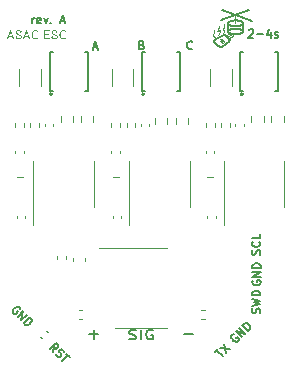
<source format=gbr>
%TF.GenerationSoftware,KiCad,Pcbnew,6.0.11-2627ca5db0~126~ubuntu22.04.1*%
%TF.CreationDate,2023-06-16T17:25:29+02:00*%
%TF.ProjectId,asac-esc-rev-a,61736163-2d65-4736-932d-7265762d612e,rev?*%
%TF.SameCoordinates,Original*%
%TF.FileFunction,Legend,Top*%
%TF.FilePolarity,Positive*%
%FSLAX46Y46*%
G04 Gerber Fmt 4.6, Leading zero omitted, Abs format (unit mm)*
G04 Created by KiCad (PCBNEW 6.0.11-2627ca5db0~126~ubuntu22.04.1) date 2023-06-16 17:25:29*
%MOMM*%
%LPD*%
G01*
G04 APERTURE LIST*
%ADD10C,0.000000*%
%ADD11C,0.158749*%
%ADD12C,0.052916*%
%ADD13C,0.175000*%
%ADD14C,0.120000*%
%ADD15C,0.150000*%
%ADD16C,0.254000*%
G04 APERTURE END LIST*
D10*
G36*
X113633270Y-68097746D02*
G01*
X113633201Y-68100469D01*
X113632997Y-68103156D01*
X113632660Y-68105805D01*
X113632195Y-68108411D01*
X113631604Y-68110971D01*
X113630891Y-68113482D01*
X113630059Y-68115941D01*
X113629112Y-68118344D01*
X113628052Y-68120688D01*
X113626884Y-68122970D01*
X113625609Y-68125185D01*
X113624233Y-68127332D01*
X113622758Y-68129407D01*
X113621187Y-68131406D01*
X113619524Y-68133326D01*
X113617772Y-68135164D01*
X113615934Y-68136916D01*
X113614014Y-68138579D01*
X113612015Y-68140150D01*
X113609940Y-68141625D01*
X113607793Y-68143002D01*
X113605577Y-68144276D01*
X113603295Y-68145445D01*
X113600951Y-68146504D01*
X113598548Y-68147452D01*
X113596090Y-68148284D01*
X113593579Y-68148997D01*
X113591018Y-68149588D01*
X113588412Y-68150053D01*
X113585764Y-68150389D01*
X113583077Y-68150594D01*
X113580354Y-68150663D01*
X113577630Y-68150594D01*
X113574943Y-68150389D01*
X113572295Y-68150053D01*
X113569689Y-68149588D01*
X113567129Y-68148997D01*
X113564618Y-68148284D01*
X113562159Y-68147452D01*
X113559756Y-68146504D01*
X113557412Y-68145445D01*
X113555130Y-68144276D01*
X113552914Y-68143002D01*
X113550767Y-68141625D01*
X113548692Y-68140150D01*
X113546693Y-68138579D01*
X113544773Y-68136916D01*
X113542936Y-68135164D01*
X113541183Y-68133326D01*
X113539520Y-68131406D01*
X113537949Y-68129407D01*
X113536474Y-68127332D01*
X113535098Y-68125185D01*
X113533824Y-68122970D01*
X113532655Y-68120688D01*
X113531595Y-68118344D01*
X113530648Y-68115941D01*
X113529816Y-68113482D01*
X113529103Y-68110971D01*
X113528512Y-68108411D01*
X113528047Y-68105805D01*
X113527710Y-68103156D01*
X113527506Y-68100469D01*
X113527437Y-68097746D01*
X113527437Y-67409829D01*
X113633270Y-67409829D01*
X113633270Y-68097746D01*
G37*
G36*
X112601395Y-69589996D02*
G01*
X112553162Y-69628583D01*
X112469104Y-69695829D01*
X112416187Y-69738163D01*
X112257437Y-69579412D01*
X112319175Y-69526496D01*
X112396364Y-69460329D01*
X112442645Y-69420662D01*
X112601395Y-69589996D01*
G37*
D11*
X114241812Y-68097746D02*
X114241812Y-68838579D01*
X112918895Y-68097746D02*
X112918895Y-68838579D01*
X114241812Y-68785663D02*
X114241812Y-68785663D01*
X114241812Y-68785663D02*
X114241812Y-68785663D01*
X114241719Y-68782408D02*
X114241812Y-68785663D01*
X114241427Y-68779017D02*
X114241719Y-68782408D01*
X114240919Y-68775491D02*
X114241427Y-68779017D01*
X114240177Y-68771832D02*
X114240919Y-68775491D01*
X114239183Y-68768040D02*
X114240177Y-68771832D01*
X114237918Y-68764116D02*
X114239183Y-68768040D01*
X114236366Y-68760061D02*
X114237918Y-68764116D01*
X114234507Y-68755876D02*
X114236366Y-68760061D01*
X114232325Y-68751562D02*
X114234507Y-68755876D01*
X114229801Y-68747120D02*
X114232325Y-68751562D01*
X114226917Y-68742551D02*
X114229801Y-68747120D01*
X114223656Y-68737856D02*
X114226917Y-68742551D01*
X114219998Y-68733036D02*
X114223656Y-68737856D01*
X114215928Y-68728091D02*
X114219998Y-68733036D01*
X114211426Y-68723024D02*
X114215928Y-68728091D01*
X114206474Y-68717834D02*
X114211426Y-68723024D01*
X114206474Y-68717834D02*
X114206474Y-68717834D01*
X114201036Y-68712510D02*
X114206474Y-68717834D01*
X114195212Y-68707173D02*
X114201036Y-68712510D01*
X114189002Y-68701827D02*
X114195212Y-68707173D01*
X114182405Y-68696479D02*
X114189002Y-68701827D01*
X114175421Y-68691133D02*
X114182405Y-68696479D01*
X114168050Y-68685797D02*
X114175421Y-68691133D01*
X114160291Y-68680474D02*
X114168050Y-68685797D01*
X114152144Y-68675171D02*
X114160291Y-68680474D01*
X114143608Y-68669893D02*
X114152144Y-68675171D01*
X114134683Y-68664645D02*
X114143608Y-68669893D01*
X114125368Y-68659434D02*
X114134683Y-68664645D01*
X114115663Y-68654264D02*
X114125368Y-68659434D01*
X114105567Y-68649142D02*
X114115663Y-68654264D01*
X114095081Y-68644073D02*
X114105567Y-68649142D01*
X114084203Y-68639062D02*
X114095081Y-68644073D01*
X114072934Y-68634115D02*
X114084203Y-68639062D01*
X114072934Y-68634115D02*
X114072934Y-68634115D01*
X114049453Y-68624525D02*
X114072934Y-68634115D01*
X114024794Y-68615381D02*
X114049453Y-68624525D01*
X113999003Y-68606707D02*
X114024794Y-68615381D01*
X113972120Y-68598526D02*
X113999003Y-68606707D01*
X113944192Y-68590863D02*
X113972120Y-68598526D01*
X113915260Y-68583741D02*
X113944192Y-68590863D01*
X113885369Y-68577184D02*
X113915260Y-68583741D01*
X113854562Y-68571216D02*
X113885369Y-68577184D01*
X113822882Y-68565861D02*
X113854562Y-68571216D01*
X113790374Y-68561143D02*
X113822882Y-68565861D01*
X113757080Y-68557085D02*
X113790374Y-68561143D01*
X113723044Y-68553712D02*
X113757080Y-68557085D01*
X113688310Y-68551046D02*
X113723044Y-68553712D01*
X113652921Y-68549113D02*
X113688310Y-68551046D01*
X113616921Y-68547935D02*
X113652921Y-68549113D01*
X113580354Y-68547538D02*
X113616921Y-68547935D01*
X113580354Y-68547538D02*
X113580354Y-68547538D01*
X113543786Y-68547935D02*
X113580354Y-68547538D01*
X113507786Y-68549113D02*
X113543786Y-68547935D01*
X113472397Y-68551046D02*
X113507786Y-68549113D01*
X113437663Y-68553712D02*
X113472397Y-68551046D01*
X113403627Y-68557085D02*
X113437663Y-68553712D01*
X113370334Y-68561143D02*
X113403627Y-68557085D01*
X113337825Y-68565861D02*
X113370334Y-68561143D01*
X113306145Y-68571216D02*
X113337825Y-68565861D01*
X113275338Y-68577184D02*
X113306145Y-68571216D01*
X113245447Y-68583741D02*
X113275338Y-68577184D01*
X113216515Y-68590863D02*
X113245447Y-68583741D01*
X113188587Y-68598526D02*
X113216515Y-68590863D01*
X113161705Y-68606707D02*
X113188587Y-68598526D01*
X113135913Y-68615381D02*
X113161705Y-68606707D01*
X113111254Y-68624525D02*
X113135913Y-68615381D01*
X113087774Y-68634115D02*
X113111254Y-68624525D01*
X113087774Y-68634115D02*
X113087774Y-68634115D01*
X113076504Y-68639062D02*
X113087774Y-68634115D01*
X113065626Y-68644073D02*
X113076504Y-68639062D01*
X113055140Y-68649142D02*
X113065626Y-68644073D01*
X113045044Y-68654264D02*
X113055140Y-68649142D01*
X113035339Y-68659434D02*
X113045044Y-68654264D01*
X113026024Y-68664645D02*
X113035339Y-68659434D01*
X113017099Y-68669893D02*
X113026024Y-68664645D01*
X113008563Y-68675171D02*
X113017099Y-68669893D01*
X113000416Y-68680474D02*
X113008563Y-68675171D01*
X112992657Y-68685797D02*
X113000416Y-68680474D01*
X112985286Y-68691133D02*
X112992657Y-68685797D01*
X112978302Y-68696479D02*
X112985286Y-68691133D01*
X112971706Y-68701827D02*
X112978302Y-68696479D01*
X112965495Y-68707173D02*
X112971706Y-68701827D01*
X112959671Y-68712510D02*
X112965495Y-68707173D01*
X112954233Y-68717834D02*
X112959671Y-68712510D01*
X112954233Y-68717834D02*
X112954233Y-68717834D01*
X112949282Y-68723024D02*
X112954233Y-68717834D01*
X112944779Y-68728091D02*
X112949282Y-68723024D01*
X112940709Y-68733036D02*
X112944779Y-68728091D01*
X112937052Y-68737856D02*
X112940709Y-68733036D01*
X112933790Y-68742551D02*
X112937052Y-68737856D01*
X112930906Y-68747120D02*
X112933790Y-68742551D01*
X112928382Y-68751562D02*
X112930906Y-68747120D01*
X112926200Y-68755876D02*
X112928382Y-68751562D01*
X112924341Y-68760061D02*
X112926200Y-68755876D01*
X112922789Y-68764116D02*
X112924341Y-68760061D01*
X112921524Y-68768040D02*
X112922789Y-68764116D01*
X112920530Y-68771832D02*
X112921524Y-68768040D01*
X112919788Y-68775491D02*
X112920530Y-68771832D01*
X112919280Y-68779017D02*
X112919788Y-68775491D01*
X112918988Y-68782408D02*
X112919280Y-68779017D01*
X112918895Y-68785663D02*
X112918988Y-68782408D01*
X112918895Y-68785663D02*
X112918895Y-68785663D01*
X112918988Y-68788918D02*
X112918895Y-68785663D01*
X112919280Y-68792308D02*
X112918988Y-68788918D01*
X112919788Y-68795834D02*
X112919280Y-68792308D01*
X112920530Y-68799493D02*
X112919788Y-68795834D01*
X112921524Y-68803286D02*
X112920530Y-68799493D01*
X112922789Y-68807210D02*
X112921524Y-68803286D01*
X112924341Y-68811265D02*
X112922789Y-68807210D01*
X112926200Y-68815449D02*
X112924341Y-68811265D01*
X112928382Y-68819763D02*
X112926200Y-68815449D01*
X112930906Y-68824205D02*
X112928382Y-68819763D01*
X112933790Y-68828774D02*
X112930906Y-68824205D01*
X112937052Y-68833469D02*
X112933790Y-68828774D01*
X112940709Y-68838289D02*
X112937052Y-68833469D01*
X112944779Y-68843234D02*
X112940709Y-68838289D01*
X112949282Y-68848301D02*
X112944779Y-68843234D01*
X112954233Y-68853491D02*
X112949282Y-68848301D01*
X112954233Y-68853491D02*
X112954233Y-68853491D01*
X112959671Y-68858815D02*
X112954233Y-68853491D01*
X112965495Y-68864153D02*
X112959671Y-68858815D01*
X112971706Y-68869498D02*
X112965495Y-68864153D01*
X112978302Y-68874846D02*
X112971706Y-68869498D01*
X112985286Y-68880192D02*
X112978302Y-68874846D01*
X112992657Y-68885529D02*
X112985286Y-68880192D01*
X113000416Y-68890851D02*
X112992657Y-68885529D01*
X113008563Y-68896155D02*
X113000416Y-68890851D01*
X113017099Y-68901433D02*
X113008563Y-68896155D01*
X113026024Y-68906680D02*
X113017099Y-68901433D01*
X113035339Y-68911891D02*
X113026024Y-68906680D01*
X113045044Y-68917061D02*
X113035339Y-68911891D01*
X113055140Y-68922183D02*
X113045044Y-68917061D01*
X113065626Y-68927252D02*
X113055140Y-68922183D01*
X113076504Y-68932264D02*
X113065626Y-68927252D01*
X113087774Y-68937211D02*
X113076504Y-68932264D01*
X113087774Y-68937211D02*
X113087774Y-68937211D01*
X113111254Y-68946800D02*
X113087774Y-68937211D01*
X113135913Y-68955944D02*
X113111254Y-68946800D01*
X113161705Y-68964618D02*
X113135913Y-68955944D01*
X113188587Y-68972799D02*
X113161705Y-68964618D01*
X113216515Y-68980462D02*
X113188587Y-68972799D01*
X113245447Y-68987584D02*
X113216515Y-68980462D01*
X113275338Y-68994141D02*
X113245447Y-68987584D01*
X113306145Y-69000109D02*
X113275338Y-68994141D01*
X113337825Y-69005464D02*
X113306145Y-69000109D01*
X113370334Y-69010182D02*
X113337825Y-69005464D01*
X113403627Y-69014240D02*
X113370334Y-69010182D01*
X113437663Y-69017613D02*
X113403627Y-69014240D01*
X113472397Y-69020279D02*
X113437663Y-69017613D01*
X113507786Y-69022212D02*
X113472397Y-69020279D01*
X113543786Y-69023390D02*
X113507786Y-69022212D01*
X113580354Y-69023787D02*
X113543786Y-69023390D01*
X113580354Y-69023787D02*
X113580354Y-69023787D01*
X113616921Y-69023390D02*
X113580354Y-69023787D01*
X113652921Y-69022212D02*
X113616921Y-69023390D01*
X113688310Y-69020279D02*
X113652921Y-69022212D01*
X113723044Y-69017613D02*
X113688310Y-69020279D01*
X113757080Y-69014240D02*
X113723044Y-69017613D01*
X113790374Y-69010182D02*
X113757080Y-69014240D01*
X113822882Y-69005464D02*
X113790374Y-69010182D01*
X113854562Y-69000109D02*
X113822882Y-69005464D01*
X113885369Y-68994141D02*
X113854562Y-69000109D01*
X113915260Y-68987584D02*
X113885369Y-68994141D01*
X113944192Y-68980462D02*
X113915260Y-68987584D01*
X113972120Y-68972799D02*
X113944192Y-68980462D01*
X113999003Y-68964618D02*
X113972120Y-68972799D01*
X114024794Y-68955944D02*
X113999003Y-68964618D01*
X114049453Y-68946800D02*
X114024794Y-68955944D01*
X114072934Y-68937211D02*
X114049453Y-68946800D01*
X114072934Y-68937211D02*
X114072934Y-68937211D01*
X114084203Y-68932264D02*
X114072934Y-68937211D01*
X114095081Y-68927252D02*
X114084203Y-68932264D01*
X114105567Y-68922183D02*
X114095081Y-68927252D01*
X114115663Y-68917061D02*
X114105567Y-68922183D01*
X114125368Y-68911891D02*
X114115663Y-68917061D01*
X114134683Y-68906680D02*
X114125368Y-68911891D01*
X114143608Y-68901433D02*
X114134683Y-68906680D01*
X114152144Y-68896155D02*
X114143608Y-68901433D01*
X114160291Y-68890851D02*
X114152144Y-68896155D01*
X114168050Y-68885529D02*
X114160291Y-68890851D01*
X114175421Y-68880192D02*
X114168050Y-68885529D01*
X114182405Y-68874846D02*
X114175421Y-68880192D01*
X114189002Y-68869498D02*
X114182405Y-68874846D01*
X114195212Y-68864153D02*
X114189002Y-68869498D01*
X114201036Y-68858815D02*
X114195212Y-68864153D01*
X114206474Y-68853491D02*
X114201036Y-68858815D01*
X114206474Y-68853491D02*
X114206474Y-68853491D01*
X114211426Y-68848301D02*
X114206474Y-68853491D01*
X114215928Y-68843234D02*
X114211426Y-68848301D01*
X114219998Y-68838289D02*
X114215928Y-68843234D01*
X114223656Y-68833469D02*
X114219998Y-68838289D01*
X114226917Y-68828774D02*
X114223656Y-68833469D01*
X114229801Y-68824205D02*
X114226917Y-68828774D01*
X114232325Y-68819763D02*
X114229801Y-68824205D01*
X114234507Y-68815449D02*
X114232325Y-68819763D01*
X114236366Y-68811265D02*
X114234507Y-68815449D01*
X114237918Y-68807210D02*
X114236366Y-68811265D01*
X114239183Y-68803286D02*
X114237918Y-68807210D01*
X114240177Y-68799493D02*
X114239183Y-68803286D01*
X114240919Y-68795834D02*
X114240177Y-68799493D01*
X114241427Y-68792308D02*
X114240919Y-68795834D01*
X114241719Y-68788918D02*
X114241427Y-68792308D01*
X114241812Y-68785663D02*
X114241719Y-68788918D01*
X114241812Y-68097746D02*
X114241812Y-68097746D01*
X114241812Y-68097746D02*
X114241812Y-68097746D01*
X114241719Y-68094491D02*
X114241812Y-68097746D01*
X114241427Y-68091100D02*
X114241719Y-68094491D01*
X114240919Y-68087574D02*
X114241427Y-68091100D01*
X114240177Y-68083915D02*
X114240919Y-68087574D01*
X114239183Y-68080123D02*
X114240177Y-68083915D01*
X114237918Y-68076199D02*
X114239183Y-68080123D01*
X114236366Y-68072144D02*
X114237918Y-68076199D01*
X114234507Y-68067959D02*
X114236366Y-68072144D01*
X114232325Y-68063645D02*
X114234507Y-68067959D01*
X114229801Y-68059203D02*
X114232325Y-68063645D01*
X114226917Y-68054634D02*
X114229801Y-68059203D01*
X114223656Y-68049939D02*
X114226917Y-68054634D01*
X114219998Y-68045119D02*
X114223656Y-68049939D01*
X114215928Y-68040175D02*
X114219998Y-68045119D01*
X114211426Y-68035107D02*
X114215928Y-68040175D01*
X114206474Y-68029917D02*
X114211426Y-68035107D01*
X114206474Y-68029917D02*
X114206474Y-68029917D01*
X114201036Y-68024594D02*
X114206474Y-68029917D01*
X114195212Y-68019256D02*
X114201036Y-68024594D01*
X114189002Y-68013910D02*
X114195212Y-68019256D01*
X114182405Y-68008562D02*
X114189002Y-68013910D01*
X114175421Y-68003217D02*
X114182405Y-68008562D01*
X114168050Y-67997880D02*
X114175421Y-68003217D01*
X114160291Y-67992557D02*
X114168050Y-67997880D01*
X114152144Y-67987254D02*
X114160291Y-67992557D01*
X114143608Y-67981976D02*
X114152144Y-67987254D01*
X114134683Y-67976728D02*
X114143608Y-67981976D01*
X114125368Y-67971517D02*
X114134683Y-67976728D01*
X114115663Y-67966348D02*
X114125368Y-67971517D01*
X114105567Y-67961225D02*
X114115663Y-67966348D01*
X114095081Y-67956156D02*
X114105567Y-67961225D01*
X114084203Y-67951145D02*
X114095081Y-67956156D01*
X114072934Y-67946198D02*
X114084203Y-67951145D01*
X114072934Y-67946198D02*
X114072934Y-67946198D01*
X114049453Y-67936608D02*
X114072934Y-67946198D01*
X114024794Y-67927464D02*
X114049453Y-67936608D01*
X113999003Y-67918790D02*
X114024794Y-67927464D01*
X113972120Y-67910609D02*
X113999003Y-67918790D01*
X113944192Y-67902946D02*
X113972120Y-67910609D01*
X113915260Y-67895824D02*
X113944192Y-67902946D01*
X113885369Y-67889268D02*
X113915260Y-67895824D01*
X113854562Y-67883300D02*
X113885369Y-67889268D01*
X113822882Y-67877945D02*
X113854562Y-67883300D01*
X113790374Y-67873226D02*
X113822882Y-67877945D01*
X113757080Y-67869169D02*
X113790374Y-67873226D01*
X113723044Y-67865795D02*
X113757080Y-67869169D01*
X113688310Y-67863130D02*
X113723044Y-67865795D01*
X113652921Y-67861196D02*
X113688310Y-67863130D01*
X113616921Y-67860019D02*
X113652921Y-67861196D01*
X113580354Y-67859621D02*
X113616921Y-67860019D01*
X113580354Y-67859621D02*
X113580354Y-67859621D01*
X113543786Y-67860019D02*
X113580354Y-67859621D01*
X113507786Y-67861196D02*
X113543786Y-67860019D01*
X113472397Y-67863130D02*
X113507786Y-67861196D01*
X113437663Y-67865795D02*
X113472397Y-67863130D01*
X113403627Y-67869169D02*
X113437663Y-67865795D01*
X113370334Y-67873226D02*
X113403627Y-67869169D01*
X113337825Y-67877945D02*
X113370334Y-67873226D01*
X113306145Y-67883300D02*
X113337825Y-67877945D01*
X113275338Y-67889268D02*
X113306145Y-67883300D01*
X113245447Y-67895824D02*
X113275338Y-67889268D01*
X113216515Y-67902946D02*
X113245447Y-67895824D01*
X113188587Y-67910609D02*
X113216515Y-67902946D01*
X113161705Y-67918790D02*
X113188587Y-67910609D01*
X113135913Y-67927464D02*
X113161705Y-67918790D01*
X113111254Y-67936608D02*
X113135913Y-67927464D01*
X113087774Y-67946198D02*
X113111254Y-67936608D01*
X113087774Y-67946198D02*
X113087774Y-67946198D01*
X113076504Y-67951145D02*
X113087774Y-67946198D01*
X113065626Y-67956156D02*
X113076504Y-67951145D01*
X113055140Y-67961225D02*
X113065626Y-67956156D01*
X113045044Y-67966348D02*
X113055140Y-67961225D01*
X113035339Y-67971517D02*
X113045044Y-67966348D01*
X113026024Y-67976728D02*
X113035339Y-67971517D01*
X113017099Y-67981976D02*
X113026024Y-67976728D01*
X113008563Y-67987254D02*
X113017099Y-67981976D01*
X113000416Y-67992557D02*
X113008563Y-67987254D01*
X112992657Y-67997880D02*
X113000416Y-67992557D01*
X112985286Y-68003217D02*
X112992657Y-67997880D01*
X112978302Y-68008562D02*
X112985286Y-68003217D01*
X112971706Y-68013910D02*
X112978302Y-68008562D01*
X112965495Y-68019256D02*
X112971706Y-68013910D01*
X112959671Y-68024594D02*
X112965495Y-68019256D01*
X112954233Y-68029917D02*
X112959671Y-68024594D01*
X112954233Y-68029917D02*
X112954233Y-68029917D01*
X112949282Y-68035107D02*
X112954233Y-68029917D01*
X112944779Y-68040175D02*
X112949282Y-68035107D01*
X112940709Y-68045119D02*
X112944779Y-68040175D01*
X112937052Y-68049939D02*
X112940709Y-68045119D01*
X112933790Y-68054634D02*
X112937052Y-68049939D01*
X112930906Y-68059203D02*
X112933790Y-68054634D01*
X112928382Y-68063645D02*
X112930906Y-68059203D01*
X112926200Y-68067959D02*
X112928382Y-68063645D01*
X112924341Y-68072144D02*
X112926200Y-68067959D01*
X112922789Y-68076199D02*
X112924341Y-68072144D01*
X112921524Y-68080123D02*
X112922789Y-68076199D01*
X112920530Y-68083915D02*
X112921524Y-68080123D01*
X112919788Y-68087574D02*
X112920530Y-68083915D01*
X112919280Y-68091100D02*
X112919788Y-68087574D01*
X112918988Y-68094491D02*
X112919280Y-68091100D01*
X112918895Y-68097746D02*
X112918988Y-68094491D01*
X112918895Y-68097746D02*
X112918895Y-68097746D01*
X112918988Y-68101001D02*
X112918895Y-68097746D01*
X112919280Y-68104392D02*
X112918988Y-68101001D01*
X112919788Y-68107917D02*
X112919280Y-68104392D01*
X112920530Y-68111577D02*
X112919788Y-68107917D01*
X112921524Y-68115369D02*
X112920530Y-68111577D01*
X112922789Y-68119293D02*
X112921524Y-68115369D01*
X112924341Y-68123348D02*
X112922789Y-68119293D01*
X112926200Y-68127533D02*
X112924341Y-68123348D01*
X112928382Y-68131847D02*
X112926200Y-68127533D01*
X112930906Y-68136288D02*
X112928382Y-68131847D01*
X112933790Y-68140857D02*
X112930906Y-68136288D01*
X112937052Y-68145552D02*
X112933790Y-68140857D01*
X112940709Y-68150373D02*
X112937052Y-68145552D01*
X112944779Y-68155317D02*
X112940709Y-68150373D01*
X112949282Y-68160385D02*
X112944779Y-68155317D01*
X112954233Y-68165574D02*
X112949282Y-68160385D01*
X112954233Y-68165574D02*
X112954233Y-68165574D01*
X112959671Y-68170898D02*
X112954233Y-68165574D01*
X112965495Y-68176236D02*
X112959671Y-68170898D01*
X112971706Y-68181581D02*
X112965495Y-68176236D01*
X112978302Y-68186930D02*
X112971706Y-68181581D01*
X112985286Y-68192275D02*
X112978302Y-68186930D01*
X112992657Y-68197612D02*
X112985286Y-68192275D01*
X113000416Y-68202935D02*
X112992657Y-68197612D01*
X113008563Y-68208238D02*
X113000416Y-68202935D01*
X113017099Y-68213516D02*
X113008563Y-68208238D01*
X113026024Y-68218763D02*
X113017099Y-68213516D01*
X113035339Y-68223975D02*
X113026024Y-68218763D01*
X113045044Y-68229144D02*
X113035339Y-68223975D01*
X113055140Y-68234266D02*
X113045044Y-68229144D01*
X113065626Y-68239336D02*
X113055140Y-68234266D01*
X113076504Y-68244347D02*
X113065626Y-68239336D01*
X113087774Y-68249294D02*
X113076504Y-68244347D01*
X113087774Y-68249294D02*
X113087774Y-68249294D01*
X113111254Y-68258884D02*
X113087774Y-68249294D01*
X113135913Y-68268028D02*
X113111254Y-68258884D01*
X113161705Y-68276702D02*
X113135913Y-68268028D01*
X113188587Y-68284882D02*
X113161705Y-68276702D01*
X113216515Y-68292546D02*
X113188587Y-68284882D01*
X113245447Y-68299667D02*
X113216515Y-68292546D01*
X113275338Y-68306224D02*
X113245447Y-68299667D01*
X113306145Y-68312192D02*
X113275338Y-68306224D01*
X113337825Y-68317547D02*
X113306145Y-68312192D01*
X113370334Y-68322265D02*
X113337825Y-68317547D01*
X113403627Y-68326323D02*
X113370334Y-68322265D01*
X113437663Y-68329697D02*
X113403627Y-68326323D01*
X113472397Y-68332362D02*
X113437663Y-68329697D01*
X113507786Y-68334296D02*
X113472397Y-68332362D01*
X113543786Y-68335473D02*
X113507786Y-68334296D01*
X113580354Y-68335871D02*
X113543786Y-68335473D01*
X113580354Y-68335871D02*
X113580354Y-68335871D01*
X113616921Y-68335473D02*
X113580354Y-68335871D01*
X113652921Y-68334296D02*
X113616921Y-68335473D01*
X113688310Y-68332362D02*
X113652921Y-68334296D01*
X113723044Y-68329697D02*
X113688310Y-68332362D01*
X113757080Y-68326323D02*
X113723044Y-68329697D01*
X113790374Y-68322265D02*
X113757080Y-68326323D01*
X113822882Y-68317547D02*
X113790374Y-68322265D01*
X113854562Y-68312192D02*
X113822882Y-68317547D01*
X113885369Y-68306224D02*
X113854562Y-68312192D01*
X113915260Y-68299667D02*
X113885369Y-68306224D01*
X113944192Y-68292546D02*
X113915260Y-68299667D01*
X113972120Y-68284882D02*
X113944192Y-68292546D01*
X113999003Y-68276702D02*
X113972120Y-68284882D01*
X114024794Y-68268028D02*
X113999003Y-68276702D01*
X114049453Y-68258884D02*
X114024794Y-68268028D01*
X114072934Y-68249294D02*
X114049453Y-68258884D01*
X114072934Y-68249294D02*
X114072934Y-68249294D01*
X114084203Y-68244347D02*
X114072934Y-68249294D01*
X114095081Y-68239336D02*
X114084203Y-68244347D01*
X114105567Y-68234266D02*
X114095081Y-68239336D01*
X114115663Y-68229144D02*
X114105567Y-68234266D01*
X114125368Y-68223975D02*
X114115663Y-68229144D01*
X114134683Y-68218763D02*
X114125368Y-68223975D01*
X114143608Y-68213516D02*
X114134683Y-68218763D01*
X114152144Y-68208238D02*
X114143608Y-68213516D01*
X114160291Y-68202935D02*
X114152144Y-68208238D01*
X114168050Y-68197612D02*
X114160291Y-68202935D01*
X114175421Y-68192275D02*
X114168050Y-68197612D01*
X114182405Y-68186930D02*
X114175421Y-68192275D01*
X114189002Y-68181581D02*
X114182405Y-68186930D01*
X114195212Y-68176236D02*
X114189002Y-68181581D01*
X114201036Y-68170898D02*
X114195212Y-68176236D01*
X114206474Y-68165574D02*
X114201036Y-68170898D01*
X114206474Y-68165574D02*
X114206474Y-68165574D01*
X114211426Y-68160385D02*
X114206474Y-68165574D01*
X114215928Y-68155317D02*
X114211426Y-68160385D01*
X114219998Y-68150373D02*
X114215928Y-68155317D01*
X114223656Y-68145552D02*
X114219998Y-68150373D01*
X114226917Y-68140857D02*
X114223656Y-68145552D01*
X114229801Y-68136288D02*
X114226917Y-68140857D01*
X114232325Y-68131847D02*
X114229801Y-68136288D01*
X114234507Y-68127533D02*
X114232325Y-68131847D01*
X114236366Y-68123348D02*
X114234507Y-68127533D01*
X114237918Y-68119293D02*
X114236366Y-68123348D01*
X114239183Y-68115369D02*
X114237918Y-68119293D01*
X114240177Y-68111577D02*
X114239183Y-68115369D01*
X114240919Y-68107917D02*
X114240177Y-68111577D01*
X114241427Y-68104392D02*
X114240919Y-68107917D01*
X114241719Y-68101001D02*
X114241427Y-68104392D01*
X114241812Y-68097746D02*
X114241719Y-68101001D01*
D12*
X112601395Y-69589996D02*
X112553162Y-69628583D01*
X112601395Y-69589996D02*
X112601395Y-69589996D01*
X112442645Y-69420662D02*
X112601395Y-69589996D01*
X112442645Y-69420662D02*
X112442645Y-69420662D01*
X112396364Y-69460329D02*
X112442645Y-69420662D01*
X112396364Y-69460329D02*
X112336812Y-69394204D01*
X112396364Y-69460329D02*
X112319175Y-69526496D01*
X112416187Y-69738163D02*
X112469104Y-69695829D01*
X112416187Y-69738163D02*
X112416187Y-69738163D01*
X112257437Y-69579412D02*
X112416187Y-69738163D01*
X112257437Y-69579412D02*
X112257437Y-69579412D01*
X112319175Y-69526496D02*
X112257437Y-69579412D01*
X112319175Y-69526496D02*
X112257437Y-69473579D01*
X112553162Y-69628583D02*
X112601395Y-69685246D01*
X112553162Y-69628583D02*
X112469104Y-69695829D01*
X112469104Y-69695829D02*
X112522020Y-69764621D01*
X111761551Y-68694624D02*
X111754732Y-68679829D01*
X111767166Y-68709244D02*
X111761551Y-68694624D01*
X111771636Y-68723691D02*
X111767166Y-68709244D01*
X111775022Y-68737967D02*
X111771636Y-68723691D01*
X111777385Y-68752075D02*
X111775022Y-68737967D01*
X111778785Y-68766015D02*
X111777385Y-68752075D01*
X111779283Y-68779792D02*
X111778785Y-68766015D01*
X111778939Y-68793405D02*
X111779283Y-68779792D01*
X111777814Y-68806859D02*
X111778939Y-68793405D01*
X111775968Y-68820153D02*
X111777814Y-68806859D01*
X111773461Y-68833292D02*
X111775968Y-68820153D01*
X111770354Y-68846276D02*
X111773461Y-68833292D01*
X111766708Y-68859108D02*
X111770354Y-68846276D01*
X111762583Y-68871789D02*
X111766708Y-68859108D01*
X111753138Y-68896710D02*
X111762583Y-68871789D01*
X111742502Y-68921054D02*
X111753138Y-68896710D01*
X111731160Y-68944838D02*
X111742502Y-68921054D01*
X111708290Y-68990792D02*
X111731160Y-68944838D01*
X111697730Y-69012995D02*
X111708290Y-68990792D01*
X111688399Y-69034704D02*
X111697730Y-69012995D01*
X111680780Y-69055935D02*
X111688399Y-69034704D01*
X111677764Y-69066376D02*
X111680780Y-69055935D01*
X111675357Y-69076704D02*
X111677764Y-69066376D01*
X111675357Y-69076704D02*
X111675357Y-69076704D01*
X111673784Y-69086750D02*
X111675357Y-69076704D01*
X111673190Y-69096356D02*
X111673784Y-69086750D01*
X111673520Y-69105538D02*
X111673190Y-69096356D01*
X111674718Y-69114312D02*
X111673520Y-69105538D01*
X111676728Y-69122696D02*
X111674718Y-69114312D01*
X111679494Y-69130705D02*
X111676728Y-69122696D01*
X111682961Y-69138356D02*
X111679494Y-69130705D01*
X111687072Y-69145667D02*
X111682961Y-69138356D01*
X111691773Y-69152652D02*
X111687072Y-69145667D01*
X111697007Y-69159330D02*
X111691773Y-69152652D01*
X111702718Y-69165717D02*
X111697007Y-69159330D01*
X111708851Y-69171829D02*
X111702718Y-69165717D01*
X111715349Y-69177683D02*
X111708851Y-69171829D01*
X111722158Y-69183295D02*
X111715349Y-69177683D01*
X111736481Y-69193861D02*
X111722158Y-69183295D01*
X111751375Y-69203660D02*
X111736481Y-69193861D01*
X111766393Y-69212824D02*
X111751375Y-69203660D01*
X111795015Y-69229779D02*
X111766393Y-69212824D01*
X111807726Y-69237836D02*
X111795015Y-69229779D01*
X111818775Y-69245788D02*
X111807726Y-69237836D01*
X111823537Y-69249767D02*
X111818775Y-69245788D01*
X111827717Y-69253770D02*
X111823537Y-69249767D01*
X111831257Y-69257813D02*
X111827717Y-69253770D01*
X111834104Y-69261913D02*
X111831257Y-69257813D01*
X112579071Y-68199032D02*
X112574937Y-68177121D01*
X112588166Y-68253189D02*
X112579071Y-68199032D01*
X112593024Y-68286933D02*
X112588166Y-68253189D01*
X112597261Y-68322228D02*
X112593024Y-68286933D01*
X112600258Y-68356903D02*
X112597261Y-68322228D01*
X112601098Y-68373330D02*
X112600258Y-68356903D01*
X112601395Y-68388788D02*
X112601098Y-68373330D01*
X112601395Y-68388788D02*
X112601395Y-68388788D01*
X112601092Y-68396228D02*
X112601395Y-68388788D01*
X112600207Y-68403664D02*
X112601092Y-68396228D01*
X112598779Y-68411090D02*
X112600207Y-68403664D01*
X112596848Y-68418501D02*
X112598779Y-68411090D01*
X112594451Y-68425894D02*
X112596848Y-68418501D01*
X112591628Y-68433262D02*
X112594451Y-68425894D01*
X112588418Y-68440600D02*
X112591628Y-68433262D01*
X112584859Y-68447905D02*
X112588418Y-68440600D01*
X112576849Y-68462394D02*
X112584859Y-68447905D01*
X112567909Y-68476689D02*
X112576849Y-68462394D01*
X112558349Y-68490752D02*
X112567909Y-68476689D01*
X112548479Y-68504543D02*
X112558349Y-68490752D01*
X112529048Y-68531156D02*
X112548479Y-68504543D01*
X112520108Y-68543901D02*
X112529048Y-68531156D01*
X112512098Y-68556219D02*
X112520108Y-68543901D01*
X112505329Y-68568073D02*
X112512098Y-68556219D01*
X112502506Y-68573813D02*
X112505329Y-68568073D01*
X112500110Y-68579422D02*
X112502506Y-68573813D01*
X112498178Y-68584896D02*
X112500110Y-68579422D01*
X112496751Y-68590229D02*
X112498178Y-68584896D01*
X112495866Y-68595417D02*
X112496751Y-68590229D01*
X112495562Y-68600454D02*
X112495866Y-68595417D01*
X112495562Y-68600454D02*
X112495562Y-68600454D01*
X112495941Y-68605490D02*
X112495562Y-68600454D01*
X112497048Y-68610667D02*
X112495941Y-68605490D01*
X112498832Y-68615969D02*
X112497048Y-68610667D01*
X112501246Y-68621383D02*
X112498832Y-68615969D01*
X112504242Y-68626894D02*
X112501246Y-68621383D01*
X112507771Y-68632487D02*
X112504242Y-68626894D01*
X112511784Y-68638148D02*
X112507771Y-68632487D01*
X112516233Y-68643862D02*
X112511784Y-68638148D01*
X112526245Y-68655393D02*
X112516233Y-68643862D01*
X112537420Y-68666962D02*
X112526245Y-68655393D01*
X112549370Y-68678453D02*
X112537420Y-68666962D01*
X112561708Y-68689751D02*
X112549370Y-68678453D01*
X112585996Y-68711300D02*
X112561708Y-68689751D01*
X112597171Y-68721319D02*
X112585996Y-68711300D01*
X112607183Y-68730679D02*
X112597171Y-68721319D01*
X112615645Y-68739264D02*
X112607183Y-68730679D01*
X112622169Y-68746957D02*
X112615645Y-68739264D01*
X112624583Y-68750433D02*
X112622169Y-68746957D01*
X112626368Y-68753643D02*
X112624583Y-68750433D01*
X112627474Y-68756571D02*
X112626368Y-68753643D01*
X112627854Y-68759204D02*
X112627474Y-68756571D01*
X112627854Y-68759204D02*
X112627854Y-68759204D01*
X112627626Y-68762063D02*
X112627854Y-68759204D01*
X112626962Y-68765644D02*
X112627626Y-68762063D01*
X112624443Y-68774759D02*
X112626962Y-68765644D01*
X112620528Y-68786121D02*
X112624443Y-68774759D01*
X112615451Y-68799305D02*
X112620528Y-68786121D01*
X112602739Y-68829433D02*
X112615451Y-68799305D01*
X112588166Y-68861730D02*
X112602739Y-68829433D01*
X112560881Y-68919195D02*
X112588166Y-68861730D01*
X112548479Y-68944413D02*
X112560881Y-68919195D01*
X112162438Y-69046093D02*
X112142034Y-69103163D01*
X112182953Y-68986869D02*
X112162438Y-69046093D01*
X112205908Y-68917954D02*
X112182953Y-68986869D01*
X112227975Y-68847424D02*
X112205908Y-68917954D01*
X112245828Y-68783355D02*
X112227975Y-68847424D01*
X112252135Y-68756266D02*
X112245828Y-68783355D01*
X112256140Y-68733822D02*
X112252135Y-68756266D01*
X112257429Y-68717030D02*
X112256140Y-68733822D01*
X112256925Y-68711070D02*
X112257429Y-68717030D01*
X112255585Y-68706901D02*
X112256925Y-68711070D01*
X112255585Y-68706901D02*
X112255585Y-68706901D01*
X112253377Y-68704067D02*
X112255585Y-68706901D01*
X112250336Y-68701993D02*
X112253377Y-68704067D01*
X112246520Y-68700632D02*
X112250336Y-68701993D01*
X112241983Y-68699937D02*
X112246520Y-68700632D01*
X112236781Y-68699860D02*
X112241983Y-68699937D01*
X112230968Y-68700354D02*
X112236781Y-68699860D01*
X112217735Y-68702865D02*
X112230968Y-68700354D01*
X112202728Y-68707093D02*
X112217735Y-68702865D01*
X112186391Y-68712658D02*
X112202728Y-68707093D01*
X112169166Y-68719182D02*
X112186391Y-68712658D01*
X112151497Y-68726287D02*
X112169166Y-68719182D01*
X112116603Y-68740723D02*
X112151497Y-68726287D01*
X112100265Y-68747297D02*
X112116603Y-68740723D01*
X112085258Y-68752938D02*
X112100265Y-68747297D01*
X112072025Y-68757266D02*
X112085258Y-68752938D01*
X112061010Y-68759903D02*
X112072025Y-68757266D01*
X112056473Y-68760469D02*
X112061010Y-68759903D01*
X112052656Y-68760471D02*
X112056473Y-68760469D01*
X112049616Y-68759860D02*
X112052656Y-68760471D01*
X112047408Y-68758590D02*
X112049616Y-68759860D01*
X112047408Y-68758590D02*
X112047408Y-68758590D01*
X112046122Y-68755938D02*
X112047408Y-68758590D01*
X112045777Y-68751301D02*
X112046122Y-68755938D01*
X112047666Y-68736617D02*
X112045777Y-68751301D01*
X112052606Y-68715623D02*
X112047666Y-68736617D01*
X112060123Y-68689406D02*
X112052606Y-68715623D01*
X112081008Y-68625639D02*
X112060123Y-68689406D01*
X112106550Y-68553999D02*
X112081008Y-68625639D01*
X112156526Y-68421822D02*
X112106550Y-68553999D01*
X112179888Y-68362329D02*
X112156526Y-68421822D01*
D11*
X112412446Y-66939826D02*
X114962431Y-67889820D01*
X112356804Y-67836803D02*
X114748161Y-66940045D01*
D12*
X112892437Y-69261913D02*
X113289312Y-68997329D01*
X112808936Y-69132345D02*
X112786604Y-69156079D01*
X112831259Y-69110694D02*
X112808936Y-69132345D01*
X112853528Y-69091040D02*
X112831259Y-69110694D01*
X112875704Y-69073294D02*
X112853528Y-69091040D01*
X112897744Y-69057369D02*
X112875704Y-69073294D01*
X112919607Y-69043179D02*
X112897744Y-69057369D01*
X112941251Y-69030636D02*
X112919607Y-69043179D01*
X112962634Y-69019653D02*
X112941251Y-69030636D01*
X112983715Y-69010143D02*
X112962634Y-69019653D01*
X113004452Y-69002019D02*
X112983715Y-69010143D01*
X113024803Y-68995193D02*
X113004452Y-69002019D01*
X113044727Y-68989578D02*
X113024803Y-68995193D01*
X113064182Y-68985087D02*
X113044727Y-68989578D01*
X113083127Y-68981632D02*
X113064182Y-68985087D01*
X113101519Y-68979128D02*
X113083127Y-68981632D01*
X113119317Y-68977485D02*
X113101519Y-68979128D01*
X113136480Y-68976618D02*
X113119317Y-68977485D01*
X113152965Y-68976439D02*
X113136480Y-68976618D01*
X113168731Y-68976860D02*
X113152965Y-68976439D01*
X113183737Y-68977795D02*
X113168731Y-68976860D01*
X113211300Y-68980857D02*
X113183737Y-68977795D01*
X113235320Y-68984927D02*
X113211300Y-68980857D01*
X113289312Y-68997329D02*
X113235320Y-68984927D01*
X113059869Y-69349142D02*
X113024729Y-69367746D01*
X113098678Y-69327283D02*
X113059869Y-69349142D01*
X113147098Y-69298293D02*
X113098678Y-69327283D01*
X113201720Y-69263101D02*
X113147098Y-69298293D01*
X113230291Y-69243471D02*
X113201720Y-69263101D01*
X113259133Y-69222638D02*
X113230291Y-69243471D01*
X113287820Y-69200721D02*
X113259133Y-69222638D01*
X113315925Y-69177835D02*
X113287820Y-69200721D01*
X113343023Y-69154096D02*
X113315925Y-69177835D01*
X113368687Y-69129621D02*
X113343023Y-69154096D01*
X113368687Y-69129621D02*
X113368687Y-69129621D01*
X113380099Y-69117602D02*
X113368687Y-69129621D01*
X113389597Y-69106334D02*
X113380099Y-69117602D01*
X113397283Y-69095793D02*
X113389597Y-69106334D01*
X113403258Y-69085954D02*
X113397283Y-69095793D01*
X113407626Y-69076794D02*
X113403258Y-69085954D01*
X113410487Y-69068287D02*
X113407626Y-69076794D01*
X113411943Y-69060411D02*
X113410487Y-69068287D01*
X113412095Y-69053140D02*
X113411943Y-69060411D01*
X113411046Y-69046450D02*
X113412095Y-69053140D01*
X113408898Y-69040318D02*
X113411046Y-69046450D01*
X113405751Y-69034718D02*
X113408898Y-69040318D01*
X113401708Y-69029627D02*
X113405751Y-69034718D01*
X113396871Y-69025020D02*
X113401708Y-69029627D01*
X113391341Y-69020874D02*
X113396871Y-69025020D01*
X113385219Y-69017164D02*
X113391341Y-69020874D01*
X113378609Y-69013866D02*
X113385219Y-69017164D01*
X113371611Y-69010955D02*
X113378609Y-69013866D01*
X113364327Y-69008407D02*
X113371611Y-69010955D01*
X113349308Y-69004305D02*
X113364327Y-69008407D01*
X113334367Y-69001366D02*
X113349308Y-69004305D01*
X113320318Y-68999396D02*
X113334367Y-69001366D01*
X113298149Y-68997588D02*
X113320318Y-68999396D01*
X113289312Y-68997329D02*
X113298149Y-68997588D01*
D11*
X112630304Y-69109777D02*
X112630304Y-69109777D01*
X112630304Y-69109777D02*
X112630304Y-69109777D01*
X112653623Y-69105746D02*
X112630304Y-69109777D01*
X112664241Y-69104429D02*
X112653623Y-69105746D01*
X112674229Y-69103576D02*
X112664241Y-69104429D01*
X112683635Y-69103188D02*
X112674229Y-69103576D01*
X112692509Y-69103266D02*
X112683635Y-69103188D01*
X112700899Y-69103809D02*
X112692509Y-69103266D01*
X112708852Y-69104816D02*
X112700899Y-69103809D01*
X112716418Y-69106289D02*
X112708852Y-69104816D01*
X112723644Y-69108227D02*
X112716418Y-69106289D01*
X112730580Y-69110630D02*
X112723644Y-69108227D01*
X112737274Y-69113498D02*
X112730580Y-69110630D01*
X112743774Y-69116831D02*
X112737274Y-69113498D01*
X112750128Y-69120629D02*
X112743774Y-69116831D01*
X112756386Y-69124893D02*
X112750128Y-69120629D01*
X112762595Y-69129621D02*
X112756386Y-69124893D01*
X112775062Y-69140473D02*
X112762595Y-69129621D01*
X112787917Y-69153185D02*
X112775062Y-69140473D01*
X112801546Y-69167758D02*
X112787917Y-69153185D01*
X112816339Y-69184191D02*
X112801546Y-69167758D01*
X112850962Y-69222639D02*
X112816339Y-69184191D01*
X112871568Y-69244653D02*
X112850962Y-69222639D01*
X112894887Y-69268527D02*
X112871568Y-69244653D01*
X112894887Y-69268527D02*
X112894887Y-69268527D01*
X112907058Y-69280399D02*
X112894887Y-69268527D01*
X112918768Y-69291258D02*
X112907058Y-69280399D01*
X112930023Y-69301178D02*
X112918768Y-69291258D01*
X112940827Y-69310230D02*
X112930023Y-69301178D01*
X112961104Y-69326024D02*
X112940827Y-69310230D01*
X112979636Y-69339221D02*
X112961104Y-69326024D01*
X113011624Y-69360149D02*
X112979636Y-69339221D01*
X113025157Y-69369044D02*
X113011624Y-69360149D01*
X113037101Y-69377668D02*
X113025157Y-69369044D01*
X113042489Y-69382059D02*
X113037101Y-69377668D01*
X113047494Y-69386601D02*
X113042489Y-69382059D01*
X113052121Y-69391366D02*
X113047494Y-69386601D01*
X113056376Y-69396426D02*
X113052121Y-69391366D01*
X113060262Y-69401855D02*
X113056376Y-69396426D01*
X113063785Y-69407724D02*
X113060262Y-69401855D01*
X113066949Y-69414107D02*
X113063785Y-69407724D01*
X113069760Y-69421076D02*
X113066949Y-69414107D01*
X113072222Y-69428704D02*
X113069760Y-69421076D01*
X113074340Y-69437063D02*
X113072222Y-69428704D01*
X113076119Y-69446227D02*
X113074340Y-69437063D01*
X113077563Y-69456268D02*
X113076119Y-69446227D01*
X113078678Y-69467258D02*
X113077563Y-69456268D01*
X113079469Y-69479270D02*
X113078678Y-69467258D01*
X113079940Y-69492377D02*
X113079469Y-69479270D01*
X113080095Y-69506652D02*
X113079940Y-69492377D01*
X113080095Y-69506652D02*
X113080095Y-69506652D01*
X113078497Y-69522139D02*
X113080095Y-69506652D01*
X113073823Y-69538769D02*
X113078497Y-69522139D01*
X113066252Y-69556446D02*
X113073823Y-69538769D01*
X113055962Y-69575072D02*
X113066252Y-69556446D01*
X113043135Y-69594550D02*
X113055962Y-69575072D01*
X113027947Y-69614785D02*
X113043135Y-69594550D01*
X112991212Y-69657134D02*
X113027947Y-69614785D01*
X112947190Y-69701343D02*
X112991212Y-69657134D01*
X112897316Y-69746637D02*
X112947190Y-69701343D01*
X112843023Y-69792242D02*
X112897316Y-69746637D01*
X112785746Y-69837381D02*
X112843023Y-69792242D01*
X112726919Y-69881280D02*
X112785746Y-69837381D01*
X112667976Y-69923164D02*
X112726919Y-69881280D01*
X112610350Y-69962257D02*
X112667976Y-69923164D01*
X112555476Y-69997785D02*
X112610350Y-69962257D01*
X112504788Y-70028972D02*
X112555476Y-69997785D01*
X112459720Y-70055042D02*
X112504788Y-70028972D01*
X112421705Y-70075222D02*
X112459720Y-70055042D01*
X112392179Y-70088735D02*
X112421705Y-70075222D01*
X112392179Y-70088735D02*
X112392179Y-70088735D01*
X112378792Y-70092325D02*
X112392179Y-70088735D01*
X112363531Y-70093270D02*
X112378792Y-70092325D01*
X112346535Y-70091715D02*
X112363531Y-70093270D01*
X112327945Y-70087805D02*
X112346535Y-70091715D01*
X112307902Y-70081686D02*
X112327945Y-70087805D01*
X112286546Y-70073504D02*
X112307902Y-70081686D01*
X112264017Y-70063403D02*
X112286546Y-70073504D01*
X112240457Y-70051528D02*
X112264017Y-70063403D01*
X112190802Y-70023042D02*
X112240457Y-70051528D01*
X112138706Y-69989207D02*
X112190802Y-70023042D01*
X112085292Y-69951186D02*
X112138706Y-69989207D01*
X112031684Y-69910142D02*
X112085292Y-69951186D01*
X111979007Y-69867237D02*
X112031684Y-69910142D01*
X111928383Y-69823635D02*
X111979007Y-69867237D01*
X111880938Y-69780498D02*
X111928383Y-69823635D01*
X111837794Y-69738989D02*
X111880938Y-69780498D01*
X111800077Y-69700271D02*
X111837794Y-69738989D01*
X111768910Y-69665505D02*
X111800077Y-69700271D01*
X111745416Y-69635856D02*
X111768910Y-69665505D01*
X111736899Y-69623313D02*
X111745416Y-69635856D01*
X111730721Y-69612485D02*
X111736899Y-69623313D01*
X111730721Y-69612485D02*
X111730721Y-69612485D01*
X111728270Y-69601807D02*
X111730721Y-69612485D01*
X111730650Y-69589690D02*
X111728270Y-69601807D01*
X111737574Y-69576245D02*
X111730650Y-69589690D01*
X111748756Y-69561584D02*
X111737574Y-69576245D01*
X111782753Y-69529060D02*
X111748756Y-69561584D01*
X111830353Y-69493010D02*
X111782753Y-69529060D01*
X111889271Y-69454323D02*
X111830353Y-69493010D01*
X111957219Y-69413893D02*
X111889271Y-69454323D01*
X112031910Y-69372610D02*
X111957219Y-69413893D01*
X112111059Y-69331366D02*
X112031910Y-69372610D01*
X112273581Y-69252559D02*
X112111059Y-69331366D01*
X112426492Y-69184605D02*
X112273581Y-69252559D01*
X112551497Y-69134633D02*
X112426492Y-69184605D01*
X112597819Y-69118620D02*
X112551497Y-69134633D01*
X112630304Y-69109777D02*
X112597819Y-69118620D01*
D13*
X96375000Y-68116666D02*
X96375000Y-67650000D01*
X96375000Y-67783333D02*
X96408333Y-67716666D01*
X96441666Y-67683333D01*
X96508333Y-67650000D01*
X96575000Y-67650000D01*
X97075000Y-68083333D02*
X97008333Y-68116666D01*
X96875000Y-68116666D01*
X96808333Y-68083333D01*
X96775000Y-68016666D01*
X96775000Y-67750000D01*
X96808333Y-67683333D01*
X96875000Y-67650000D01*
X97008333Y-67650000D01*
X97075000Y-67683333D01*
X97108333Y-67750000D01*
X97108333Y-67816666D01*
X96775000Y-67883333D01*
X97341666Y-67650000D02*
X97508333Y-68116666D01*
X97675000Y-67650000D01*
X97941666Y-68050000D02*
X97975000Y-68083333D01*
X97941666Y-68116666D01*
X97908333Y-68083333D01*
X97941666Y-68050000D01*
X97941666Y-68116666D01*
X98775000Y-67916666D02*
X99108333Y-67916666D01*
X98708333Y-68116666D02*
X98941666Y-67416666D01*
X99175000Y-68116666D01*
X114700000Y-68683333D02*
X114733333Y-68650000D01*
X114800000Y-68616666D01*
X114966666Y-68616666D01*
X115033333Y-68650000D01*
X115066666Y-68683333D01*
X115100000Y-68750000D01*
X115100000Y-68816666D01*
X115066666Y-68916666D01*
X114666666Y-69316666D01*
X115100000Y-69316666D01*
X115400000Y-69050000D02*
X115933333Y-69050000D01*
X116566666Y-68850000D02*
X116566666Y-69316666D01*
X116400000Y-68583333D02*
X116233333Y-69083333D01*
X116666666Y-69083333D01*
X116900000Y-69283333D02*
X116966666Y-69316666D01*
X117100000Y-69316666D01*
X117166666Y-69283333D01*
X117200000Y-69216666D01*
X117200000Y-69183333D01*
X117166666Y-69116666D01*
X117100000Y-69083333D01*
X117000000Y-69083333D01*
X116933333Y-69050000D01*
X116900000Y-68983333D01*
X116900000Y-68950000D01*
X116933333Y-68883333D01*
X117000000Y-68850000D01*
X117100000Y-68850000D01*
X117166666Y-68883333D01*
X109916666Y-70250000D02*
X109883333Y-70283333D01*
X109783333Y-70316666D01*
X109716666Y-70316666D01*
X109616666Y-70283333D01*
X109550000Y-70216666D01*
X109516666Y-70150000D01*
X109483333Y-70016666D01*
X109483333Y-69916666D01*
X109516666Y-69783333D01*
X109550000Y-69716666D01*
X109616666Y-69650000D01*
X109716666Y-69616666D01*
X109783333Y-69616666D01*
X109883333Y-69650000D01*
X109916666Y-69683333D01*
X105650000Y-69950000D02*
X105750000Y-69983333D01*
X105783333Y-70016666D01*
X105816666Y-70083333D01*
X105816666Y-70183333D01*
X105783333Y-70250000D01*
X105750000Y-70283333D01*
X105683333Y-70316666D01*
X105416666Y-70316666D01*
X105416666Y-69616666D01*
X105650000Y-69616666D01*
X105716666Y-69650000D01*
X105750000Y-69683333D01*
X105783333Y-69750000D01*
X105783333Y-69816666D01*
X105750000Y-69883333D01*
X105716666Y-69916666D01*
X105650000Y-69950000D01*
X105416666Y-69950000D01*
X101558333Y-70141666D02*
X101891666Y-70141666D01*
X101491666Y-70341666D02*
X101725000Y-69641666D01*
X101958333Y-70341666D01*
X109219047Y-94421428D02*
X109980952Y-94421428D01*
X104576190Y-94823809D02*
X104719047Y-94861904D01*
X104957142Y-94861904D01*
X105052380Y-94823809D01*
X105100000Y-94785714D01*
X105147619Y-94709523D01*
X105147619Y-94633333D01*
X105100000Y-94557142D01*
X105052380Y-94519047D01*
X104957142Y-94480952D01*
X104766666Y-94442857D01*
X104671428Y-94404761D01*
X104623809Y-94366666D01*
X104576190Y-94290476D01*
X104576190Y-94214285D01*
X104623809Y-94138095D01*
X104671428Y-94100000D01*
X104766666Y-94061904D01*
X105004761Y-94061904D01*
X105147619Y-94100000D01*
X105576190Y-94861904D02*
X105576190Y-94061904D01*
X106576190Y-94100000D02*
X106480952Y-94061904D01*
X106338095Y-94061904D01*
X106195238Y-94100000D01*
X106100000Y-94176190D01*
X106052380Y-94252380D01*
X106004761Y-94404761D01*
X106004761Y-94519047D01*
X106052380Y-94671428D01*
X106100000Y-94747619D01*
X106195238Y-94823809D01*
X106338095Y-94861904D01*
X106433333Y-94861904D01*
X106576190Y-94823809D01*
X106623809Y-94785714D01*
X106623809Y-94519047D01*
X106433333Y-94519047D01*
X101219047Y-94421428D02*
X101980952Y-94421428D01*
X101600000Y-94802380D02*
X101600000Y-94040476D01*
X115633333Y-92650000D02*
X115666666Y-92550000D01*
X115666666Y-92383333D01*
X115633333Y-92316666D01*
X115600000Y-92283333D01*
X115533333Y-92250000D01*
X115466666Y-92250000D01*
X115400000Y-92283333D01*
X115366666Y-92316666D01*
X115333333Y-92383333D01*
X115300000Y-92516666D01*
X115266666Y-92583333D01*
X115233333Y-92616666D01*
X115166666Y-92650000D01*
X115100000Y-92650000D01*
X115033333Y-92616666D01*
X115000000Y-92583333D01*
X114966666Y-92516666D01*
X114966666Y-92350000D01*
X115000000Y-92250000D01*
X114966666Y-92016666D02*
X115666666Y-91850000D01*
X115166666Y-91716666D01*
X115666666Y-91583333D01*
X114966666Y-91416666D01*
X115666666Y-91150000D02*
X114966666Y-91150000D01*
X114966666Y-90983333D01*
X115000000Y-90883333D01*
X115066666Y-90816666D01*
X115133333Y-90783333D01*
X115266666Y-90750000D01*
X115366666Y-90750000D01*
X115500000Y-90783333D01*
X115566666Y-90816666D01*
X115633333Y-90883333D01*
X115666666Y-90983333D01*
X115666666Y-91150000D01*
X115633333Y-87683333D02*
X115666666Y-87583333D01*
X115666666Y-87416666D01*
X115633333Y-87350000D01*
X115600000Y-87316666D01*
X115533333Y-87283333D01*
X115466666Y-87283333D01*
X115400000Y-87316666D01*
X115366666Y-87350000D01*
X115333333Y-87416666D01*
X115300000Y-87550000D01*
X115266666Y-87616666D01*
X115233333Y-87650000D01*
X115166666Y-87683333D01*
X115100000Y-87683333D01*
X115033333Y-87650000D01*
X115000000Y-87616666D01*
X114966666Y-87550000D01*
X114966666Y-87383333D01*
X115000000Y-87283333D01*
X115600000Y-86583333D02*
X115633333Y-86616666D01*
X115666666Y-86716666D01*
X115666666Y-86783333D01*
X115633333Y-86883333D01*
X115566666Y-86950000D01*
X115500000Y-86983333D01*
X115366666Y-87016666D01*
X115266666Y-87016666D01*
X115133333Y-86983333D01*
X115066666Y-86950000D01*
X115000000Y-86883333D01*
X114966666Y-86783333D01*
X114966666Y-86716666D01*
X115000000Y-86616666D01*
X115033333Y-86583333D01*
X115666666Y-85950000D02*
X115666666Y-86283333D01*
X114966666Y-86283333D01*
X115050000Y-89883333D02*
X115016666Y-89950000D01*
X115016666Y-90050000D01*
X115050000Y-90150000D01*
X115116666Y-90216666D01*
X115183333Y-90250000D01*
X115316666Y-90283333D01*
X115416666Y-90283333D01*
X115550000Y-90250000D01*
X115616666Y-90216666D01*
X115683333Y-90150000D01*
X115716666Y-90050000D01*
X115716666Y-89983333D01*
X115683333Y-89883333D01*
X115650000Y-89850000D01*
X115416666Y-89850000D01*
X115416666Y-89983333D01*
X115716666Y-89550000D02*
X115016666Y-89550000D01*
X115716666Y-89150000D01*
X115016666Y-89150000D01*
X115716666Y-88816666D02*
X115016666Y-88816666D01*
X115016666Y-88650000D01*
X115050000Y-88550000D01*
X115116666Y-88483333D01*
X115183333Y-88450000D01*
X115316666Y-88416666D01*
X115416666Y-88416666D01*
X115550000Y-88450000D01*
X115616666Y-88483333D01*
X115683333Y-88550000D01*
X115716666Y-88650000D01*
X115716666Y-88816666D01*
D10*
G36*
X97766558Y-68695015D02*
G01*
X97778548Y-68695660D01*
X97789710Y-68696735D01*
X97800046Y-68698240D01*
X97809554Y-68700174D01*
X97818236Y-68702539D01*
X97826091Y-68705334D01*
X97833118Y-68708558D01*
X97839319Y-68712213D01*
X97844694Y-68716297D01*
X97847071Y-68718501D01*
X97849241Y-68720812D01*
X97851204Y-68723230D01*
X97852961Y-68725756D01*
X97854512Y-68728390D01*
X97855855Y-68731131D01*
X97856992Y-68733979D01*
X97857922Y-68736935D01*
X97858645Y-68739998D01*
X97859162Y-68743169D01*
X97859472Y-68746448D01*
X97859575Y-68749833D01*
X97859456Y-68753848D01*
X97859096Y-68757688D01*
X97858497Y-68761355D01*
X97857657Y-68764848D01*
X97856579Y-68768168D01*
X97855260Y-68771314D01*
X97854511Y-68772822D01*
X97853701Y-68774287D01*
X97852832Y-68775708D01*
X97851903Y-68777085D01*
X97850914Y-68778420D01*
X97849865Y-68779711D01*
X97848756Y-68780958D01*
X97847587Y-68782162D01*
X97845070Y-68784440D01*
X97842312Y-68786544D01*
X97839315Y-68788475D01*
X97836078Y-68790232D01*
X97832601Y-68791815D01*
X97828884Y-68793225D01*
X97825060Y-68790021D01*
X97820997Y-68787024D01*
X97816693Y-68784233D01*
X97812150Y-68781650D01*
X97807367Y-68779272D01*
X97802344Y-68777102D01*
X97797081Y-68775138D01*
X97791578Y-68773381D01*
X97785836Y-68771831D01*
X97779854Y-68770487D01*
X97773632Y-68769351D01*
X97767170Y-68768420D01*
X97760468Y-68767697D01*
X97753527Y-68767180D01*
X97746346Y-68766870D01*
X97738925Y-68766767D01*
X97450000Y-68766767D01*
X97450000Y-69025000D01*
X97673309Y-69025000D01*
X97687333Y-69025149D01*
X97700298Y-69025595D01*
X97712205Y-69026339D01*
X97723053Y-69027381D01*
X97732843Y-69028721D01*
X97741573Y-69030358D01*
X97745542Y-69031288D01*
X97749245Y-69032293D01*
X97752684Y-69033372D01*
X97755859Y-69034525D01*
X97757356Y-69035138D01*
X97758807Y-69035786D01*
X97760209Y-69036469D01*
X97761564Y-69037187D01*
X97762872Y-69037941D01*
X97764132Y-69038729D01*
X97765344Y-69039553D01*
X97766509Y-69040412D01*
X97767626Y-69041306D01*
X97768696Y-69042235D01*
X97769718Y-69043199D01*
X97770693Y-69044199D01*
X97771620Y-69045233D01*
X97772499Y-69046303D01*
X97773331Y-69047408D01*
X97774116Y-69048548D01*
X97774852Y-69049723D01*
X97775542Y-69050933D01*
X97776184Y-69052179D01*
X97776778Y-69053459D01*
X97777324Y-69054775D01*
X97777824Y-69056126D01*
X97778275Y-69057512D01*
X97778679Y-69058933D01*
X97779036Y-69060389D01*
X97779345Y-69061880D01*
X97779606Y-69063407D01*
X97779820Y-69064969D01*
X97779986Y-69066565D01*
X97780105Y-69068197D01*
X97780200Y-69071567D01*
X97780101Y-69074948D01*
X97779803Y-69078214D01*
X97779307Y-69081365D01*
X97778613Y-69084399D01*
X97777720Y-69087318D01*
X97776629Y-69090121D01*
X97775339Y-69092808D01*
X97773850Y-69095379D01*
X97772164Y-69097835D01*
X97770279Y-69100175D01*
X97768195Y-69102399D01*
X97765913Y-69104507D01*
X97763433Y-69106500D01*
X97760754Y-69108377D01*
X97757876Y-69110138D01*
X97754801Y-69111783D01*
X97751101Y-69109989D01*
X97747144Y-69108311D01*
X97742932Y-69106748D01*
X97738463Y-69105301D01*
X97733738Y-69103970D01*
X97728757Y-69102754D01*
X97723519Y-69101655D01*
X97718025Y-69100671D01*
X97712274Y-69099803D01*
X97706268Y-69099050D01*
X97700004Y-69098414D01*
X97693485Y-69097893D01*
X97686709Y-69097488D01*
X97679677Y-69097198D01*
X97672388Y-69097025D01*
X97664842Y-69096967D01*
X97450000Y-69096967D01*
X97450000Y-69310750D01*
X97450067Y-69315430D01*
X97450265Y-69319944D01*
X97450596Y-69324293D01*
X97451059Y-69328477D01*
X97451654Y-69332496D01*
X97452382Y-69336349D01*
X97453242Y-69340037D01*
X97454234Y-69343559D01*
X97455359Y-69346916D01*
X97456616Y-69350108D01*
X97458005Y-69353134D01*
X97459526Y-69355994D01*
X97461180Y-69358690D01*
X97462966Y-69361220D01*
X97464884Y-69363584D01*
X97466934Y-69365783D01*
X97469270Y-69367834D01*
X97471780Y-69369752D01*
X97474463Y-69371537D01*
X97477320Y-69373191D01*
X97480351Y-69374712D01*
X97483555Y-69376101D01*
X97486932Y-69377358D01*
X97490484Y-69378483D01*
X97494209Y-69379475D01*
X97498107Y-69380335D01*
X97502179Y-69381063D01*
X97506425Y-69381658D01*
X97510844Y-69382121D01*
X97515437Y-69382452D01*
X97520203Y-69382650D01*
X97525142Y-69382717D01*
X97738925Y-69382717D01*
X97746346Y-69382543D01*
X97753527Y-69382022D01*
X97760468Y-69381154D01*
X97767170Y-69379939D01*
X97773632Y-69378376D01*
X97779854Y-69376466D01*
X97785836Y-69374209D01*
X97791578Y-69371604D01*
X97797081Y-69368652D01*
X97802344Y-69365353D01*
X97807367Y-69361707D01*
X97812150Y-69357713D01*
X97816693Y-69353373D01*
X97820997Y-69348685D01*
X97825060Y-69343649D01*
X97828884Y-69338267D01*
X97830584Y-69338961D01*
X97832242Y-69339722D01*
X97833859Y-69340549D01*
X97835434Y-69341443D01*
X97836968Y-69342402D01*
X97838461Y-69343427D01*
X97839912Y-69344519D01*
X97841322Y-69345676D01*
X97842690Y-69346900D01*
X97844017Y-69348190D01*
X97845303Y-69349546D01*
X97846547Y-69350968D01*
X97847750Y-69352456D01*
X97848911Y-69354010D01*
X97850031Y-69355630D01*
X97851109Y-69357317D01*
X97852135Y-69358908D01*
X97853094Y-69360508D01*
X97853987Y-69362116D01*
X97854814Y-69363733D01*
X97855574Y-69365358D01*
X97856269Y-69366991D01*
X97856897Y-69368632D01*
X97857459Y-69370282D01*
X97857955Y-69371940D01*
X97858385Y-69373606D01*
X97858749Y-69375280D01*
X97859046Y-69376963D01*
X97859278Y-69378653D01*
X97859443Y-69380352D01*
X97859542Y-69382060D01*
X97859575Y-69383775D01*
X97859462Y-69388072D01*
X97859121Y-69392233D01*
X97858552Y-69396258D01*
X97857756Y-69400146D01*
X97856733Y-69403898D01*
X97855483Y-69407513D01*
X97854005Y-69410992D01*
X97852300Y-69414334D01*
X97850367Y-69417540D01*
X97848207Y-69420610D01*
X97845820Y-69423543D01*
X97843205Y-69426340D01*
X97840363Y-69429000D01*
X97837293Y-69431524D01*
X97833996Y-69433911D01*
X97830472Y-69436162D01*
X97826720Y-69438277D01*
X97822741Y-69440255D01*
X97818535Y-69442097D01*
X97814101Y-69443802D01*
X97809440Y-69445371D01*
X97804551Y-69446804D01*
X97799435Y-69448100D01*
X97794092Y-69449259D01*
X97788521Y-69450283D01*
X97782723Y-69451169D01*
X97776697Y-69451920D01*
X97770444Y-69452534D01*
X97763964Y-69453011D01*
X97757256Y-69453352D01*
X97750321Y-69453557D01*
X97743159Y-69453625D01*
X97520909Y-69453625D01*
X97510888Y-69453497D01*
X97501199Y-69453112D01*
X97491839Y-69452471D01*
X97482811Y-69451574D01*
X97474113Y-69450421D01*
X97465746Y-69449011D01*
X97457709Y-69447345D01*
X97450003Y-69445422D01*
X97442628Y-69443243D01*
X97435583Y-69440808D01*
X97428869Y-69438117D01*
X97422486Y-69435170D01*
X97416433Y-69431966D01*
X97410711Y-69428506D01*
X97405320Y-69424789D01*
X97400259Y-69420817D01*
X97395517Y-69416555D01*
X97391082Y-69411970D01*
X97386952Y-69407063D01*
X97383128Y-69401833D01*
X97379610Y-69396281D01*
X97376397Y-69390406D01*
X97373491Y-69384209D01*
X97370891Y-69377690D01*
X97368596Y-69370847D01*
X97366608Y-69363683D01*
X97364925Y-69356196D01*
X97363548Y-69348386D01*
X97362477Y-69340255D01*
X97361712Y-69331800D01*
X97361253Y-69323024D01*
X97361101Y-69313925D01*
X97361101Y-68775233D01*
X97360997Y-68771347D01*
X97360687Y-68767627D01*
X97360171Y-68764071D01*
X97359447Y-68760681D01*
X97358517Y-68757457D01*
X97357381Y-68754397D01*
X97356037Y-68751503D01*
X97354487Y-68748775D01*
X97352730Y-68746212D01*
X97350767Y-68743814D01*
X97348596Y-68741582D01*
X97346219Y-68739515D01*
X97343635Y-68737613D01*
X97340844Y-68735877D01*
X97337847Y-68734306D01*
X97334642Y-68732900D01*
X97336263Y-68730556D01*
X97337949Y-68728286D01*
X97339702Y-68726091D01*
X97341521Y-68723970D01*
X97343407Y-68721924D01*
X97345358Y-68719952D01*
X97347376Y-68718054D01*
X97349459Y-68716231D01*
X97351609Y-68714483D01*
X97353825Y-68712808D01*
X97356107Y-68711208D01*
X97358456Y-68709683D01*
X97360870Y-68708232D01*
X97363351Y-68706855D01*
X97365897Y-68705553D01*
X97368510Y-68704325D01*
X97371189Y-68703172D01*
X97373934Y-68702093D01*
X97376746Y-68701088D01*
X97379623Y-68700158D01*
X97385576Y-68698521D01*
X97391794Y-68697181D01*
X97398276Y-68696139D01*
X97405022Y-68695395D01*
X97412033Y-68694949D01*
X97419309Y-68694800D01*
X97753742Y-68694800D01*
X97766558Y-68695015D01*
G37*
G36*
X95245274Y-68682269D02*
G01*
X95257936Y-68682778D01*
X95270310Y-68683625D01*
X95282394Y-68684812D01*
X95294189Y-68686337D01*
X95305694Y-68688202D01*
X95316910Y-68690405D01*
X95327837Y-68692948D01*
X95338474Y-68695829D01*
X95348821Y-68699050D01*
X95358880Y-68702609D01*
X95368649Y-68706508D01*
X95378128Y-68710745D01*
X95387318Y-68715322D01*
X95396219Y-68720237D01*
X95404830Y-68725492D01*
X95413160Y-68730986D01*
X95420953Y-68736621D01*
X95428209Y-68742396D01*
X95434927Y-68748312D01*
X95441107Y-68754369D01*
X95446750Y-68760566D01*
X95451856Y-68766903D01*
X95456424Y-68773381D01*
X95460455Y-68780000D01*
X95463948Y-68786759D01*
X95466904Y-68793659D01*
X95468180Y-68797162D01*
X95469322Y-68800700D01*
X95470330Y-68804272D01*
X95471203Y-68807881D01*
X95471942Y-68811524D01*
X95472547Y-68815202D01*
X95473353Y-68822664D01*
X95473621Y-68830267D01*
X95473555Y-68833925D01*
X95473357Y-68837493D01*
X95473026Y-68840970D01*
X95472564Y-68844356D01*
X95471968Y-68847650D01*
X95471241Y-68850854D01*
X95470381Y-68853967D01*
X95469389Y-68856989D01*
X95468265Y-68859921D01*
X95467008Y-68862761D01*
X95465619Y-68865510D01*
X95464098Y-68868168D01*
X95462444Y-68870735D01*
X95460658Y-68873212D01*
X95458739Y-68875597D01*
X95456688Y-68877892D01*
X95454683Y-68879942D01*
X95452637Y-68881860D01*
X95450549Y-68883646D01*
X95448420Y-68885300D01*
X95446250Y-68886821D01*
X95444038Y-68888210D01*
X95441785Y-68889467D01*
X95439491Y-68890592D01*
X95437155Y-68891584D01*
X95434778Y-68892444D01*
X95432360Y-68893171D01*
X95429900Y-68893767D01*
X95427398Y-68894230D01*
X95424856Y-68894560D01*
X95422272Y-68894759D01*
X95419646Y-68894825D01*
X95417112Y-68894792D01*
X95414537Y-68894693D01*
X95411920Y-68894527D01*
X95409262Y-68894296D01*
X95406563Y-68893998D01*
X95403822Y-68893634D01*
X95401039Y-68893204D01*
X95398216Y-68892708D01*
X95392444Y-68891518D01*
X95386508Y-68890063D01*
X95380405Y-68888343D01*
X95374138Y-68886358D01*
X95375131Y-68882142D01*
X95375992Y-68877958D01*
X95376719Y-68873807D01*
X95377314Y-68869690D01*
X95377777Y-68865605D01*
X95378107Y-68861554D01*
X95378305Y-68857535D01*
X95378371Y-68853550D01*
X95378210Y-68848680D01*
X95377726Y-68843860D01*
X95376920Y-68839089D01*
X95375792Y-68834368D01*
X95374341Y-68829696D01*
X95372567Y-68825074D01*
X95370471Y-68820502D01*
X95368053Y-68815979D01*
X95365312Y-68811506D01*
X95362248Y-68807083D01*
X95358862Y-68802709D01*
X95355154Y-68798384D01*
X95351123Y-68794110D01*
X95346770Y-68789885D01*
X95342095Y-68785709D01*
X95337096Y-68781583D01*
X95331942Y-68777482D01*
X95326531Y-68773646D01*
X95320863Y-68770074D01*
X95314939Y-68766767D01*
X95308759Y-68763724D01*
X95302322Y-68760946D01*
X95295629Y-68758432D01*
X95288679Y-68756183D01*
X95281473Y-68754199D01*
X95274011Y-68752479D01*
X95266292Y-68751024D01*
X95258317Y-68749833D01*
X95250086Y-68748907D01*
X95241598Y-68748246D01*
X95232855Y-68747849D01*
X95223855Y-68747717D01*
X95214971Y-68747837D01*
X95206311Y-68748196D01*
X95197873Y-68748796D01*
X95189659Y-68749635D01*
X95181668Y-68750714D01*
X95173900Y-68752033D01*
X95166355Y-68753591D01*
X95159034Y-68755390D01*
X95151935Y-68757428D01*
X95145060Y-68759706D01*
X95138408Y-68762223D01*
X95131979Y-68764981D01*
X95125774Y-68767978D01*
X95119791Y-68771215D01*
X95114032Y-68774692D01*
X95108496Y-68778408D01*
X95103242Y-68782327D01*
X95098327Y-68786412D01*
X95093751Y-68790662D01*
X95089514Y-68795077D01*
X95085616Y-68799658D01*
X95082056Y-68804404D01*
X95078836Y-68809315D01*
X95075954Y-68814392D01*
X95073411Y-68819634D01*
X95071208Y-68825041D01*
X95069343Y-68830614D01*
X95067817Y-68836352D01*
X95066630Y-68842256D01*
X95065783Y-68848325D01*
X95065274Y-68854559D01*
X95065105Y-68860958D01*
X95065278Y-68867259D01*
X95065799Y-68873460D01*
X95066667Y-68879562D01*
X95067883Y-68885565D01*
X95069446Y-68891468D01*
X95071355Y-68897272D01*
X95073613Y-68902977D01*
X95076217Y-68908583D01*
X95079169Y-68914090D01*
X95082468Y-68919497D01*
X95086114Y-68924806D01*
X95090108Y-68930015D01*
X95094449Y-68935124D01*
X95099137Y-68940135D01*
X95104172Y-68945046D01*
X95109555Y-68949858D01*
X95115185Y-68954451D01*
X95120965Y-68958970D01*
X95126893Y-68963414D01*
X95132970Y-68967784D01*
X95139196Y-68972079D01*
X95145571Y-68976300D01*
X95152095Y-68980447D01*
X95158767Y-68984519D01*
X95165588Y-68988516D01*
X95172559Y-68992440D01*
X95179678Y-68996289D01*
X95186945Y-69000063D01*
X95194362Y-69003763D01*
X95201927Y-69007389D01*
X95217505Y-69014417D01*
X95249719Y-69028241D01*
X95281800Y-69042198D01*
X95313747Y-69056287D01*
X95345563Y-69070508D01*
X95353555Y-69074142D01*
X95361389Y-69077900D01*
X95369067Y-69081782D01*
X95376587Y-69085788D01*
X95383950Y-69089918D01*
X95391156Y-69094172D01*
X95398204Y-69098550D01*
X95405096Y-69103052D01*
X95411830Y-69107678D01*
X95418407Y-69112428D01*
X95424827Y-69117302D01*
X95431090Y-69122301D01*
X95437196Y-69127423D01*
X95443145Y-69132669D01*
X95448937Y-69138039D01*
X95454571Y-69143533D01*
X95459954Y-69149007D01*
X95464989Y-69154580D01*
X95469677Y-69160252D01*
X95474018Y-69166023D01*
X95478012Y-69171893D01*
X95481658Y-69177863D01*
X95484957Y-69183931D01*
X95487909Y-69190099D01*
X95490513Y-69196367D01*
X95492771Y-69202733D01*
X95494681Y-69209199D01*
X95496243Y-69215764D01*
X95497459Y-69222428D01*
X95498327Y-69229192D01*
X95498848Y-69236055D01*
X95499021Y-69243017D01*
X95498699Y-69254671D01*
X95497732Y-69266086D01*
X95496119Y-69277260D01*
X95493862Y-69288195D01*
X95490960Y-69298890D01*
X95487413Y-69309345D01*
X95483221Y-69319561D01*
X95478384Y-69329536D01*
X95472902Y-69339272D01*
X95466775Y-69348768D01*
X95460004Y-69358024D01*
X95452587Y-69367040D01*
X95444525Y-69375817D01*
X95435819Y-69384354D01*
X95426468Y-69392651D01*
X95416471Y-69400708D01*
X95406157Y-69408270D01*
X95395587Y-69415344D01*
X95384760Y-69421929D01*
X95373677Y-69428027D01*
X95362337Y-69433637D01*
X95350741Y-69438759D01*
X95338888Y-69443394D01*
X95326779Y-69447540D01*
X95314414Y-69451199D01*
X95301792Y-69454370D01*
X95288914Y-69457053D01*
X95275780Y-69459248D01*
X95262389Y-69460955D01*
X95248742Y-69462174D01*
X95234839Y-69462906D01*
X95220680Y-69463150D01*
X95206545Y-69462952D01*
X95192717Y-69462356D01*
X95179194Y-69461364D01*
X95165977Y-69459975D01*
X95153067Y-69458189D01*
X95140462Y-69456006D01*
X95128163Y-69453427D01*
X95116170Y-69450450D01*
X95104483Y-69447077D01*
X95093102Y-69443306D01*
X95082026Y-69439139D01*
X95071257Y-69434575D01*
X95060793Y-69429614D01*
X95050636Y-69424256D01*
X95040784Y-69418502D01*
X95031238Y-69412350D01*
X95022139Y-69405765D01*
X95013628Y-69398973D01*
X95005703Y-69391974D01*
X94998365Y-69384768D01*
X94991614Y-69377356D01*
X94985450Y-69369737D01*
X94979873Y-69361911D01*
X94974883Y-69353878D01*
X94970480Y-69345639D01*
X94966664Y-69337193D01*
X94963435Y-69328540D01*
X94960793Y-69319681D01*
X94958738Y-69310614D01*
X94957271Y-69301341D01*
X94956390Y-69291862D01*
X94956096Y-69282175D01*
X94956171Y-69277991D01*
X94956394Y-69273906D01*
X94956766Y-69269921D01*
X94957287Y-69266035D01*
X94957957Y-69262248D01*
X94958775Y-69258561D01*
X94959743Y-69254972D01*
X94960859Y-69251483D01*
X94962124Y-69248093D01*
X94963538Y-69244803D01*
X94965100Y-69241611D01*
X94966812Y-69238519D01*
X94968672Y-69235526D01*
X94970682Y-69232632D01*
X94972840Y-69229837D01*
X94975146Y-69227142D01*
X94977577Y-69224450D01*
X94980107Y-69221933D01*
X94982737Y-69219589D01*
X94985465Y-69217418D01*
X94988293Y-69215421D01*
X94991220Y-69213598D01*
X94994246Y-69211949D01*
X94997371Y-69210473D01*
X95000596Y-69209171D01*
X95003920Y-69208042D01*
X95007343Y-69207087D01*
X95010865Y-69206306D01*
X95014487Y-69205698D01*
X95018207Y-69205264D01*
X95022027Y-69205003D01*
X95025946Y-69204917D01*
X95029861Y-69205016D01*
X95033669Y-69205314D01*
X95037369Y-69205810D01*
X95040962Y-69206504D01*
X95044447Y-69207397D01*
X95047825Y-69208489D01*
X95051095Y-69209778D01*
X95054258Y-69211267D01*
X95057313Y-69212953D01*
X95060261Y-69214839D01*
X95063101Y-69216922D01*
X95065834Y-69219204D01*
X95068459Y-69221685D01*
X95070976Y-69224364D01*
X95073386Y-69227241D01*
X95075688Y-69230317D01*
X95072741Y-69233165D01*
X95069984Y-69236154D01*
X95067417Y-69239283D01*
X95065040Y-69242553D01*
X95062853Y-69245964D01*
X95060856Y-69249515D01*
X95059050Y-69253207D01*
X95057433Y-69257039D01*
X95056007Y-69261012D01*
X95054770Y-69265125D01*
X95053724Y-69269379D01*
X95052868Y-69273774D01*
X95052202Y-69278309D01*
X95051727Y-69282985D01*
X95051442Y-69287801D01*
X95051346Y-69292758D01*
X95051520Y-69297753D01*
X95052041Y-69302681D01*
X95052909Y-69307543D01*
X95054125Y-69312338D01*
X95055687Y-69317068D01*
X95057597Y-69321731D01*
X95059854Y-69326328D01*
X95062459Y-69330859D01*
X95065411Y-69335324D01*
X95068710Y-69339722D01*
X95072356Y-69344055D01*
X95076349Y-69348321D01*
X95080690Y-69352521D01*
X95085378Y-69356655D01*
X95090414Y-69360723D01*
X95095796Y-69364725D01*
X95101481Y-69368570D01*
X95107422Y-69372166D01*
X95113619Y-69375515D01*
X95120072Y-69378616D01*
X95126782Y-69381468D01*
X95133748Y-69384073D01*
X95140970Y-69386429D01*
X95148449Y-69388537D01*
X95156184Y-69390398D01*
X95164175Y-69392010D01*
X95172423Y-69393374D01*
X95180927Y-69394491D01*
X95189687Y-69395359D01*
X95198703Y-69395979D01*
X95207976Y-69396351D01*
X95217505Y-69396475D01*
X95227212Y-69396318D01*
X95236754Y-69395847D01*
X95246130Y-69395061D01*
X95255341Y-69393962D01*
X95264386Y-69392548D01*
X95273266Y-69390820D01*
X95281981Y-69388778D01*
X95290530Y-69386421D01*
X95298914Y-69383751D01*
X95307133Y-69380766D01*
X95315186Y-69377467D01*
X95323074Y-69373854D01*
X95330796Y-69369926D01*
X95338353Y-69365685D01*
X95345745Y-69361129D01*
X95352971Y-69356258D01*
X95359892Y-69351161D01*
X95366366Y-69345922D01*
X95372393Y-69340544D01*
X95377974Y-69335025D01*
X95383109Y-69329365D01*
X95387797Y-69323564D01*
X95392039Y-69317624D01*
X95395834Y-69311542D01*
X95399182Y-69305321D01*
X95402085Y-69298958D01*
X95404540Y-69292455D01*
X95406549Y-69285812D01*
X95408112Y-69279028D01*
X95409228Y-69272104D01*
X95409898Y-69265039D01*
X95410121Y-69257833D01*
X95409993Y-69253228D01*
X95409609Y-69248672D01*
X95408968Y-69244165D01*
X95408071Y-69239709D01*
X95406918Y-69235302D01*
X95405509Y-69230945D01*
X95403843Y-69226637D01*
X95401921Y-69222379D01*
X95399742Y-69218171D01*
X95397307Y-69214012D01*
X95394616Y-69209903D01*
X95391668Y-69205843D01*
X95388464Y-69201833D01*
X95385003Y-69197873D01*
X95381286Y-69193962D01*
X95377313Y-69190100D01*
X95373278Y-69186305D01*
X95369111Y-69182592D01*
X95364812Y-69178963D01*
X95360380Y-69175416D01*
X95355816Y-69171951D01*
X95351120Y-69168569D01*
X95346292Y-69165270D01*
X95341331Y-69162054D01*
X95336238Y-69158920D01*
X95331012Y-69155869D01*
X95325655Y-69152901D01*
X95320165Y-69150016D01*
X95314542Y-69147213D01*
X95308787Y-69144492D01*
X95302900Y-69141855D01*
X95296880Y-69139300D01*
X95272538Y-69128915D01*
X95247139Y-69117869D01*
X95220680Y-69106161D01*
X95193163Y-69093792D01*
X95165582Y-69081092D01*
X95138926Y-69068392D01*
X95113195Y-69055692D01*
X95088388Y-69042992D01*
X95082493Y-69039750D01*
X95076713Y-69036377D01*
X95071050Y-69032871D01*
X95065502Y-69029233D01*
X95060070Y-69025463D01*
X95054754Y-69021560D01*
X95049553Y-69017525D01*
X95044469Y-69013358D01*
X95039499Y-69009059D01*
X95034646Y-69004627D01*
X95029908Y-69000063D01*
X95025286Y-68995367D01*
X95020780Y-68990538D01*
X95016389Y-68985577D01*
X95012114Y-68980484D01*
X95007955Y-68975258D01*
X95004110Y-68969797D01*
X95000513Y-68964262D01*
X94997165Y-68958652D01*
X94994064Y-68952967D01*
X94991212Y-68947208D01*
X94988607Y-68941375D01*
X94986251Y-68935467D01*
X94984142Y-68929485D01*
X94982282Y-68923429D01*
X94980670Y-68917298D01*
X94979305Y-68911093D01*
X94978189Y-68904813D01*
X94977321Y-68898459D01*
X94976701Y-68892030D01*
X94976329Y-68885527D01*
X94976205Y-68878950D01*
X94976498Y-68868354D01*
X94977379Y-68857998D01*
X94978847Y-68847882D01*
X94980902Y-68838006D01*
X94983543Y-68828369D01*
X94986772Y-68818972D01*
X94990588Y-68809815D01*
X94994991Y-68800898D01*
X94999981Y-68792220D01*
X95005558Y-68783783D01*
X95011722Y-68775585D01*
X95018473Y-68767626D01*
X95025811Y-68759908D01*
X95033736Y-68752430D01*
X95042248Y-68745191D01*
X95051346Y-68738192D01*
X95060983Y-68731399D01*
X95070843Y-68725045D01*
X95080926Y-68719129D01*
X95091232Y-68713652D01*
X95101762Y-68708612D01*
X95112515Y-68704011D01*
X95123491Y-68699848D01*
X95134690Y-68696123D01*
X95146113Y-68692836D01*
X95157758Y-68689988D01*
X95169627Y-68687578D01*
X95181720Y-68685606D01*
X95194035Y-68684072D01*
X95206574Y-68682976D01*
X95219336Y-68682319D01*
X95232321Y-68682100D01*
X95245274Y-68682269D01*
G37*
G36*
X98283849Y-68682269D02*
G01*
X98296512Y-68682778D01*
X98308885Y-68683625D01*
X98320969Y-68684812D01*
X98332764Y-68686337D01*
X98344269Y-68688202D01*
X98355485Y-68690405D01*
X98366412Y-68692948D01*
X98377049Y-68695829D01*
X98387397Y-68699050D01*
X98397455Y-68702609D01*
X98407224Y-68706508D01*
X98416704Y-68710745D01*
X98425894Y-68715322D01*
X98434794Y-68720237D01*
X98443405Y-68725492D01*
X98451736Y-68730986D01*
X98459529Y-68736621D01*
X98466784Y-68742396D01*
X98473502Y-68748312D01*
X98479683Y-68754369D01*
X98485326Y-68760566D01*
X98490431Y-68766903D01*
X98494999Y-68773381D01*
X98499030Y-68780000D01*
X98502523Y-68786759D01*
X98505479Y-68793659D01*
X98506755Y-68797162D01*
X98507897Y-68800700D01*
X98508905Y-68804272D01*
X98509778Y-68807881D01*
X98510517Y-68811524D01*
X98511122Y-68815202D01*
X98511928Y-68822664D01*
X98512196Y-68830267D01*
X98512130Y-68833925D01*
X98511932Y-68837493D01*
X98511601Y-68840970D01*
X98511138Y-68844356D01*
X98510542Y-68847650D01*
X98509815Y-68850854D01*
X98508955Y-68853967D01*
X98507963Y-68856989D01*
X98506838Y-68859921D01*
X98505581Y-68862761D01*
X98504192Y-68865510D01*
X98502671Y-68868168D01*
X98501017Y-68870735D01*
X98499232Y-68873212D01*
X98497314Y-68875597D01*
X98495263Y-68877892D01*
X98493258Y-68879942D01*
X98491212Y-68881860D01*
X98489124Y-68883646D01*
X98486995Y-68885300D01*
X98484825Y-68886821D01*
X98482613Y-68888210D01*
X98480360Y-68889467D01*
X98478066Y-68890592D01*
X98475730Y-68891584D01*
X98473353Y-68892444D01*
X98470935Y-68893171D01*
X98468475Y-68893767D01*
X98465974Y-68894230D01*
X98463431Y-68894560D01*
X98460847Y-68894759D01*
X98458222Y-68894825D01*
X98455688Y-68894792D01*
X98453112Y-68894693D01*
X98450496Y-68894527D01*
X98447837Y-68894296D01*
X98445138Y-68893998D01*
X98442397Y-68893634D01*
X98439615Y-68893204D01*
X98436791Y-68892708D01*
X98431020Y-68891518D01*
X98425083Y-68890063D01*
X98418981Y-68888343D01*
X98412713Y-68886358D01*
X98413705Y-68882142D01*
X98414565Y-68877958D01*
X98415292Y-68873807D01*
X98415888Y-68869690D01*
X98416351Y-68865605D01*
X98416682Y-68861554D01*
X98416881Y-68857535D01*
X98416947Y-68853550D01*
X98416786Y-68848680D01*
X98416302Y-68843860D01*
X98415496Y-68839089D01*
X98414367Y-68834368D01*
X98412916Y-68829696D01*
X98411143Y-68825074D01*
X98409047Y-68820502D01*
X98406628Y-68815979D01*
X98403887Y-68811506D01*
X98400824Y-68807083D01*
X98397438Y-68802709D01*
X98393730Y-68798384D01*
X98389699Y-68794110D01*
X98385346Y-68789885D01*
X98380670Y-68785709D01*
X98375672Y-68781583D01*
X98370516Y-68777482D01*
X98365105Y-68773646D01*
X98359436Y-68770074D01*
X98353512Y-68766767D01*
X98347332Y-68763724D01*
X98340895Y-68760946D01*
X98334202Y-68758432D01*
X98327252Y-68756183D01*
X98320047Y-68754199D01*
X98312585Y-68752479D01*
X98304866Y-68751024D01*
X98296892Y-68749833D01*
X98288661Y-68748907D01*
X98280174Y-68748246D01*
X98271430Y-68747849D01*
X98262430Y-68747717D01*
X98253546Y-68747837D01*
X98244885Y-68748196D01*
X98236447Y-68748796D01*
X98228232Y-68749635D01*
X98220241Y-68750714D01*
X98212473Y-68752033D01*
X98204929Y-68753591D01*
X98197607Y-68755390D01*
X98190509Y-68757428D01*
X98183634Y-68759706D01*
X98176983Y-68762223D01*
X98170554Y-68764981D01*
X98164349Y-68767978D01*
X98158367Y-68771215D01*
X98152608Y-68774692D01*
X98147072Y-68778408D01*
X98141817Y-68782327D01*
X98136902Y-68786412D01*
X98132325Y-68790662D01*
X98128087Y-68795077D01*
X98124189Y-68799658D01*
X98120629Y-68804404D01*
X98117409Y-68809315D01*
X98114527Y-68814392D01*
X98111985Y-68819634D01*
X98109782Y-68825041D01*
X98107917Y-68830614D01*
X98106392Y-68836352D01*
X98105206Y-68842256D01*
X98104358Y-68848325D01*
X98103850Y-68854559D01*
X98103680Y-68860958D01*
X98103854Y-68867259D01*
X98104375Y-68873460D01*
X98105243Y-68879562D01*
X98106458Y-68885565D01*
X98108021Y-68891468D01*
X98109931Y-68897272D01*
X98112188Y-68902977D01*
X98114793Y-68908583D01*
X98117744Y-68914090D01*
X98121043Y-68919497D01*
X98124690Y-68924806D01*
X98128683Y-68930015D01*
X98133024Y-68935124D01*
X98137712Y-68940135D01*
X98142748Y-68945046D01*
X98148130Y-68949858D01*
X98153761Y-68954451D01*
X98159540Y-68958970D01*
X98165468Y-68963414D01*
X98171546Y-68967784D01*
X98177772Y-68972079D01*
X98184146Y-68976300D01*
X98190670Y-68980447D01*
X98197342Y-68984519D01*
X98204164Y-68988516D01*
X98211134Y-68992440D01*
X98218253Y-68996289D01*
X98225521Y-69000063D01*
X98232937Y-69003763D01*
X98240503Y-69007389D01*
X98256080Y-69014417D01*
X98288292Y-69028241D01*
X98320373Y-69042198D01*
X98352322Y-69056287D01*
X98384138Y-69070508D01*
X98392129Y-69074142D01*
X98399963Y-69077900D01*
X98407640Y-69081782D01*
X98415160Y-69085788D01*
X98422523Y-69089918D01*
X98429729Y-69094172D01*
X98436777Y-69098550D01*
X98443669Y-69103052D01*
X98450404Y-69107678D01*
X98456981Y-69112428D01*
X98463401Y-69117302D01*
X98469665Y-69122301D01*
X98475771Y-69127423D01*
X98481720Y-69132669D01*
X98487512Y-69138039D01*
X98493147Y-69143533D01*
X98498530Y-69149007D01*
X98503565Y-69154580D01*
X98508253Y-69160252D01*
X98512594Y-69166023D01*
X98516587Y-69171893D01*
X98520233Y-69177863D01*
X98523532Y-69183931D01*
X98526484Y-69190099D01*
X98529089Y-69196367D01*
X98531346Y-69202733D01*
X98533256Y-69209199D01*
X98534819Y-69215764D01*
X98536034Y-69222428D01*
X98536902Y-69229192D01*
X98537423Y-69236055D01*
X98537597Y-69243017D01*
X98537274Y-69254671D01*
X98536307Y-69266086D01*
X98534694Y-69277260D01*
X98532437Y-69288195D01*
X98529535Y-69298890D01*
X98525988Y-69309345D01*
X98521796Y-69319561D01*
X98516959Y-69329536D01*
X98511477Y-69339272D01*
X98505351Y-69348768D01*
X98498579Y-69358024D01*
X98491162Y-69367040D01*
X98483101Y-69375817D01*
X98474395Y-69384354D01*
X98465043Y-69392651D01*
X98455047Y-69400708D01*
X98444732Y-69408270D01*
X98434161Y-69415344D01*
X98423333Y-69421929D01*
X98412250Y-69428027D01*
X98400910Y-69433637D01*
X98389314Y-69438759D01*
X98377461Y-69443394D01*
X98365352Y-69447540D01*
X98352987Y-69451199D01*
X98340366Y-69454370D01*
X98327488Y-69457053D01*
X98314354Y-69459248D01*
X98300964Y-69460955D01*
X98287317Y-69462174D01*
X98273414Y-69462906D01*
X98259255Y-69463150D01*
X98245120Y-69462952D01*
X98231292Y-69462356D01*
X98217769Y-69461364D01*
X98204553Y-69459975D01*
X98191642Y-69458189D01*
X98179037Y-69456006D01*
X98166738Y-69453427D01*
X98154745Y-69450450D01*
X98143058Y-69447077D01*
X98131677Y-69443306D01*
X98120602Y-69439139D01*
X98109832Y-69434575D01*
X98099369Y-69429614D01*
X98089211Y-69424256D01*
X98079360Y-69418502D01*
X98069814Y-69412350D01*
X98060714Y-69405765D01*
X98052202Y-69398973D01*
X98044277Y-69391974D01*
X98036938Y-69384768D01*
X98030187Y-69377356D01*
X98024023Y-69369737D01*
X98018446Y-69361911D01*
X98013457Y-69353878D01*
X98009054Y-69345639D01*
X98005238Y-69337193D01*
X98002010Y-69328540D01*
X97999368Y-69319681D01*
X97997313Y-69310614D01*
X97995846Y-69301341D01*
X97994965Y-69291862D01*
X97994672Y-69282175D01*
X97994746Y-69277991D01*
X97994969Y-69273906D01*
X97995341Y-69269921D01*
X97995862Y-69266035D01*
X97996532Y-69262248D01*
X97997351Y-69258561D01*
X97998318Y-69254972D01*
X97999434Y-69251483D01*
X98000699Y-69248093D01*
X98002113Y-69244803D01*
X98003676Y-69241611D01*
X98005387Y-69238519D01*
X98007248Y-69235526D01*
X98009257Y-69232632D01*
X98011415Y-69229837D01*
X98013722Y-69227142D01*
X98016152Y-69224450D01*
X98018682Y-69221933D01*
X98021312Y-69219589D01*
X98024040Y-69217418D01*
X98026868Y-69215421D01*
X98029795Y-69213598D01*
X98032821Y-69211949D01*
X98035947Y-69210473D01*
X98039171Y-69209171D01*
X98042495Y-69208042D01*
X98045918Y-69207087D01*
X98049440Y-69206306D01*
X98053062Y-69205698D01*
X98056783Y-69205264D01*
X98060602Y-69205003D01*
X98064522Y-69204917D01*
X98068437Y-69205016D01*
X98072244Y-69205314D01*
X98075944Y-69205810D01*
X98079537Y-69206504D01*
X98083022Y-69207397D01*
X98086399Y-69208489D01*
X98089669Y-69209778D01*
X98092831Y-69211267D01*
X98095887Y-69212953D01*
X98098834Y-69214839D01*
X98101674Y-69216922D01*
X98104407Y-69219204D01*
X98107032Y-69221685D01*
X98109550Y-69224364D01*
X98111960Y-69227241D01*
X98114263Y-69230317D01*
X98111315Y-69233165D01*
X98108558Y-69236154D01*
X98105990Y-69239283D01*
X98103613Y-69242553D01*
X98101426Y-69245964D01*
X98099429Y-69249515D01*
X98097623Y-69253207D01*
X98096006Y-69257039D01*
X98094580Y-69261012D01*
X98093344Y-69265125D01*
X98092298Y-69269379D01*
X98091443Y-69273774D01*
X98090777Y-69278309D01*
X98090302Y-69282985D01*
X98090017Y-69287801D01*
X98089922Y-69292758D01*
X98090095Y-69297753D01*
X98090616Y-69302681D01*
X98091484Y-69307543D01*
X98092700Y-69312338D01*
X98094263Y-69317068D01*
X98096172Y-69321731D01*
X98098430Y-69326328D01*
X98101034Y-69330859D01*
X98103986Y-69335324D01*
X98107285Y-69339722D01*
X98110931Y-69344055D01*
X98114925Y-69348321D01*
X98119266Y-69352521D01*
X98123954Y-69356655D01*
X98128989Y-69360723D01*
X98134372Y-69364725D01*
X98140056Y-69368570D01*
X98145997Y-69372166D01*
X98152194Y-69375515D01*
X98158648Y-69378616D01*
X98165357Y-69381468D01*
X98172324Y-69384073D01*
X98179546Y-69386429D01*
X98187025Y-69388537D01*
X98194760Y-69390398D01*
X98202751Y-69392010D01*
X98210999Y-69393374D01*
X98219502Y-69394491D01*
X98228262Y-69395359D01*
X98237279Y-69395979D01*
X98246551Y-69396351D01*
X98256080Y-69396475D01*
X98265787Y-69396318D01*
X98275329Y-69395847D01*
X98284705Y-69395061D01*
X98293916Y-69393962D01*
X98302962Y-69392548D01*
X98311842Y-69390820D01*
X98320556Y-69388778D01*
X98329106Y-69386421D01*
X98337490Y-69383751D01*
X98345708Y-69380766D01*
X98353761Y-69377467D01*
X98361649Y-69373854D01*
X98369371Y-69369926D01*
X98376929Y-69365685D01*
X98384320Y-69361129D01*
X98391547Y-69356258D01*
X98398467Y-69351161D01*
X98404941Y-69345922D01*
X98410969Y-69340544D01*
X98416550Y-69335025D01*
X98421684Y-69329365D01*
X98426373Y-69323564D01*
X98430614Y-69317624D01*
X98434409Y-69311542D01*
X98437758Y-69305321D01*
X98440660Y-69298958D01*
X98443116Y-69292455D01*
X98445125Y-69285812D01*
X98446687Y-69279028D01*
X98447804Y-69272104D01*
X98448473Y-69265039D01*
X98448697Y-69257833D01*
X98448568Y-69253228D01*
X98448184Y-69248672D01*
X98447543Y-69244165D01*
X98446646Y-69239709D01*
X98445492Y-69235302D01*
X98444082Y-69230945D01*
X98442416Y-69226637D01*
X98440494Y-69222379D01*
X98438315Y-69218171D01*
X98435880Y-69214012D01*
X98433189Y-69209903D01*
X98430241Y-69205843D01*
X98427037Y-69201833D01*
X98423577Y-69197873D01*
X98419861Y-69193962D01*
X98415888Y-69190100D01*
X98411853Y-69186305D01*
X98407686Y-69182592D01*
X98403387Y-69178963D01*
X98398955Y-69175416D01*
X98394391Y-69171951D01*
X98389694Y-69168569D01*
X98384865Y-69165270D01*
X98379904Y-69162054D01*
X98374811Y-69158920D01*
X98369585Y-69155869D01*
X98364228Y-69152901D01*
X98358738Y-69150016D01*
X98353115Y-69147213D01*
X98347361Y-69144492D01*
X98341474Y-69141855D01*
X98335455Y-69139300D01*
X98311114Y-69128915D01*
X98285714Y-69117869D01*
X98259256Y-69106161D01*
X98231738Y-69093792D01*
X98204155Y-69081092D01*
X98177498Y-69068392D01*
X98151767Y-69055692D01*
X98126963Y-69042992D01*
X98121068Y-69039750D01*
X98115288Y-69036377D01*
X98109625Y-69032871D01*
X98104077Y-69029233D01*
X98098644Y-69025463D01*
X98093328Y-69021560D01*
X98088127Y-69017525D01*
X98083042Y-69013358D01*
X98078073Y-69009059D01*
X98073219Y-69004627D01*
X98068482Y-69000063D01*
X98063860Y-68995367D01*
X98059354Y-68990538D01*
X98054963Y-68985577D01*
X98050689Y-68980484D01*
X98046530Y-68975258D01*
X98042685Y-68969797D01*
X98039089Y-68964262D01*
X98035740Y-68958652D01*
X98032639Y-68952967D01*
X98029787Y-68947208D01*
X98027182Y-68941375D01*
X98024826Y-68935467D01*
X98022718Y-68929485D01*
X98020857Y-68923429D01*
X98019245Y-68917298D01*
X98017881Y-68911093D01*
X98016765Y-68904813D01*
X98015896Y-68898459D01*
X98015276Y-68892030D01*
X98014904Y-68885527D01*
X98014780Y-68878950D01*
X98015074Y-68868354D01*
X98015954Y-68857998D01*
X98017422Y-68847882D01*
X98019476Y-68838006D01*
X98022118Y-68828369D01*
X98025346Y-68818972D01*
X98029162Y-68809815D01*
X98033565Y-68800898D01*
X98038555Y-68792220D01*
X98044132Y-68783783D01*
X98050295Y-68775585D01*
X98057047Y-68767626D01*
X98064385Y-68759908D01*
X98072310Y-68752430D01*
X98080822Y-68745191D01*
X98089922Y-68738192D01*
X98099558Y-68731399D01*
X98109418Y-68725045D01*
X98119501Y-68719129D01*
X98129808Y-68713652D01*
X98140337Y-68708612D01*
X98151090Y-68704011D01*
X98162066Y-68699848D01*
X98173265Y-68696123D01*
X98184688Y-68692836D01*
X98196334Y-68689988D01*
X98208203Y-68687578D01*
X98220295Y-68685606D01*
X98232611Y-68684072D01*
X98245149Y-68682976D01*
X98257911Y-68682319D01*
X98270897Y-68682100D01*
X98283849Y-68682269D01*
G37*
G36*
X99041571Y-68686478D02*
G01*
X99052601Y-68686912D01*
X99063400Y-68687636D01*
X99073966Y-68688648D01*
X99084302Y-68689951D01*
X99094406Y-68691542D01*
X99104278Y-68693423D01*
X99113919Y-68695594D01*
X99123328Y-68698054D01*
X99132506Y-68700803D01*
X99141452Y-68703841D01*
X99150166Y-68707169D01*
X99158649Y-68710787D01*
X99166901Y-68714693D01*
X99174921Y-68718889D01*
X99182709Y-68723375D01*
X99190142Y-68728067D01*
X99197095Y-68732884D01*
X99203569Y-68737824D01*
X99209564Y-68742888D01*
X99215078Y-68748076D01*
X99220114Y-68753389D01*
X99224670Y-68758825D01*
X99228746Y-68764385D01*
X99232343Y-68770070D01*
X99235460Y-68775878D01*
X99238097Y-68781811D01*
X99239236Y-68784823D01*
X99240256Y-68787867D01*
X99241155Y-68790942D01*
X99241934Y-68794048D01*
X99242594Y-68797184D01*
X99243133Y-68800352D01*
X99243852Y-68806781D01*
X99244092Y-68813333D01*
X99244026Y-68816595D01*
X99243828Y-68819766D01*
X99243497Y-68822846D01*
X99243034Y-68825835D01*
X99242438Y-68828733D01*
X99241711Y-68831540D01*
X99240851Y-68834256D01*
X99239858Y-68836881D01*
X99238734Y-68839415D01*
X99237477Y-68841859D01*
X99236088Y-68844211D01*
X99234567Y-68846472D01*
X99232913Y-68848643D01*
X99231127Y-68850722D01*
X99229209Y-68852711D01*
X99227159Y-68854608D01*
X99225009Y-68856403D01*
X99222794Y-68858081D01*
X99220512Y-68859644D01*
X99218164Y-68861091D01*
X99215750Y-68862422D01*
X99213269Y-68863637D01*
X99210723Y-68864737D01*
X99208110Y-68865721D01*
X99205431Y-68866589D01*
X99202686Y-68867341D01*
X99199874Y-68867978D01*
X99196997Y-68868499D01*
X99194053Y-68868904D01*
X99191044Y-68869193D01*
X99187968Y-68869367D01*
X99184826Y-68869425D01*
X99181824Y-68869396D01*
X99178905Y-68869309D01*
X99176069Y-68869165D01*
X99173316Y-68868962D01*
X99170645Y-68868701D01*
X99168057Y-68868383D01*
X99165551Y-68868007D01*
X99163129Y-68867573D01*
X99160789Y-68867081D01*
X99158532Y-68866531D01*
X99156357Y-68865923D01*
X99154266Y-68865258D01*
X99152257Y-68864534D01*
X99150330Y-68863753D01*
X99148487Y-68862914D01*
X99146726Y-68862017D01*
X99146973Y-68860181D01*
X99147188Y-68858379D01*
X99147370Y-68856609D01*
X99147519Y-68854873D01*
X99147635Y-68853170D01*
X99147717Y-68851499D01*
X99147767Y-68849862D01*
X99147784Y-68848258D01*
X99147656Y-68843789D01*
X99147271Y-68839378D01*
X99146630Y-68835025D01*
X99145733Y-68830730D01*
X99144580Y-68826492D01*
X99143170Y-68822313D01*
X99141504Y-68818191D01*
X99139581Y-68814127D01*
X99137403Y-68810121D01*
X99134968Y-68806173D01*
X99132276Y-68802283D01*
X99129329Y-68798451D01*
X99126125Y-68794676D01*
X99122665Y-68790960D01*
X99118948Y-68787301D01*
X99114976Y-68783700D01*
X99110730Y-68780240D01*
X99106195Y-68777003D01*
X99101371Y-68773989D01*
X99096257Y-68771198D01*
X99090854Y-68768631D01*
X99085161Y-68766287D01*
X99079179Y-68764166D01*
X99072908Y-68762269D01*
X99066347Y-68760594D01*
X99059496Y-68759143D01*
X99052357Y-68757916D01*
X99044927Y-68756911D01*
X99037209Y-68756130D01*
X99029201Y-68755571D01*
X99020904Y-68755237D01*
X99012317Y-68755125D01*
X99000241Y-68755452D01*
X98988356Y-68756431D01*
X98976660Y-68758064D01*
X98965155Y-68760351D01*
X98953840Y-68763290D01*
X98942715Y-68766882D01*
X98931780Y-68771128D01*
X98921035Y-68776027D01*
X98910481Y-68781579D01*
X98900117Y-68787785D01*
X98889943Y-68794643D01*
X98879959Y-68802155D01*
X98870166Y-68810320D01*
X98860562Y-68819138D01*
X98851149Y-68828609D01*
X98841926Y-68838733D01*
X98833211Y-68849317D01*
X98825058Y-68860429D01*
X98817468Y-68872071D01*
X98810439Y-68884242D01*
X98803974Y-68896942D01*
X98798070Y-68910171D01*
X98792729Y-68923929D01*
X98787950Y-68938217D01*
X98783733Y-68953033D01*
X98780079Y-68968379D01*
X98776987Y-68984254D01*
X98774457Y-69000658D01*
X98772489Y-69017592D01*
X98771083Y-69035054D01*
X98770240Y-69053046D01*
X98769959Y-69071567D01*
X98770215Y-69090079D01*
X98770984Y-69108046D01*
X98772266Y-69125467D01*
X98774060Y-69142343D01*
X98776367Y-69158673D01*
X98779186Y-69174457D01*
X98782518Y-69189695D01*
X98786363Y-69204388D01*
X98790720Y-69218535D01*
X98795590Y-69232136D01*
X98800972Y-69245192D01*
X98806868Y-69257702D01*
X98813276Y-69269666D01*
X98820196Y-69281084D01*
X98827630Y-69291957D01*
X98835576Y-69302283D01*
X98843981Y-69311895D01*
X98852791Y-69320887D01*
X98862006Y-69329258D01*
X98871626Y-69337010D01*
X98881651Y-69344141D01*
X98892082Y-69350652D01*
X98902917Y-69356544D01*
X98914158Y-69361815D01*
X98925804Y-69366465D01*
X98937854Y-69370496D01*
X98950310Y-69373907D01*
X98963172Y-69376697D01*
X98976438Y-69378868D01*
X98990109Y-69380418D01*
X99004186Y-69381348D01*
X99018668Y-69381658D01*
X99026440Y-69381559D01*
X99034146Y-69381261D01*
X99041786Y-69380765D01*
X99049360Y-69380071D01*
X99056868Y-69379178D01*
X99064309Y-69378086D01*
X99071684Y-69376797D01*
X99078993Y-69375308D01*
X99086236Y-69373622D01*
X99093413Y-69371736D01*
X99100523Y-69369653D01*
X99107568Y-69367371D01*
X99114546Y-69364890D01*
X99121458Y-69362211D01*
X99128304Y-69359334D01*
X99135084Y-69356258D01*
X99141756Y-69353046D01*
X99148280Y-69349759D01*
X99154655Y-69346398D01*
X99160881Y-69342963D01*
X99166958Y-69339453D01*
X99172886Y-69335869D01*
X99178666Y-69332210D01*
X99184296Y-69328477D01*
X99189778Y-69324670D01*
X99195111Y-69320788D01*
X99200295Y-69316831D01*
X99205331Y-69312800D01*
X99210217Y-69308695D01*
X99214955Y-69304516D01*
X99219544Y-69300262D01*
X99223984Y-69295933D01*
X99224906Y-69296098D01*
X99225819Y-69296330D01*
X99226724Y-69296627D01*
X99227621Y-69296991D01*
X99228510Y-69297421D01*
X99229391Y-69297917D01*
X99230263Y-69298479D01*
X99231127Y-69299108D01*
X99231983Y-69299802D01*
X99232831Y-69300563D01*
X99233670Y-69301390D01*
X99234501Y-69302283D01*
X99235324Y-69303242D01*
X99236138Y-69304268D01*
X99236944Y-69305359D01*
X99237742Y-69306517D01*
X99238639Y-69307600D01*
X99239478Y-69308733D01*
X99240259Y-69309915D01*
X99240983Y-69311147D01*
X99241648Y-69312429D01*
X99242256Y-69313760D01*
X99242806Y-69315141D01*
X99243298Y-69316571D01*
X99243732Y-69318051D01*
X99244109Y-69319580D01*
X99244427Y-69321159D01*
X99244688Y-69322788D01*
X99244890Y-69324466D01*
X99245035Y-69326195D01*
X99245122Y-69327972D01*
X99245151Y-69329800D01*
X99245077Y-69332255D01*
X99244857Y-69334728D01*
X99244490Y-69337216D01*
X99243977Y-69339721D01*
X99243316Y-69342243D01*
X99242509Y-69344781D01*
X99241555Y-69347336D01*
X99240455Y-69349908D01*
X99239207Y-69352495D01*
X99237813Y-69355100D01*
X99236272Y-69357721D01*
X99234584Y-69360359D01*
X99230769Y-69365683D01*
X99226366Y-69371074D01*
X99221376Y-69376531D01*
X99215799Y-69382055D01*
X99209635Y-69387644D01*
X99202884Y-69393300D01*
X99195546Y-69399021D01*
X99187621Y-69404809D01*
X99179109Y-69410663D01*
X99170009Y-69416583D01*
X99160642Y-69422223D01*
X99151059Y-69427498D01*
X99141261Y-69432409D01*
X99131248Y-69436957D01*
X99121021Y-69441141D01*
X99110578Y-69444961D01*
X99099920Y-69448417D01*
X99089047Y-69451509D01*
X99077960Y-69454237D01*
X99066657Y-69456602D01*
X99055139Y-69458603D01*
X99043406Y-69460240D01*
X99031459Y-69461513D01*
X99019296Y-69462422D01*
X99006918Y-69462968D01*
X98994326Y-69463150D01*
X98976926Y-69462753D01*
X98959914Y-69461563D01*
X98943291Y-69459578D01*
X98927056Y-69456800D01*
X98911211Y-69453228D01*
X98895753Y-69448862D01*
X98880684Y-69443703D01*
X98866004Y-69437750D01*
X98851712Y-69431003D01*
X98837809Y-69423462D01*
X98824295Y-69415128D01*
X98811169Y-69406000D01*
X98798432Y-69396078D01*
X98786083Y-69385362D01*
X98774122Y-69373853D01*
X98762551Y-69361550D01*
X98751658Y-69348561D01*
X98741467Y-69334992D01*
X98731980Y-69320845D01*
X98723195Y-69306120D01*
X98715113Y-69290815D01*
X98707733Y-69274932D01*
X98701057Y-69258469D01*
X98695083Y-69241428D01*
X98689812Y-69223809D01*
X98685243Y-69205610D01*
X98681378Y-69186833D01*
X98678215Y-69167477D01*
X98675755Y-69147543D01*
X98673998Y-69127029D01*
X98672944Y-69105937D01*
X98672593Y-69084267D01*
X98672994Y-69062558D01*
X98674197Y-69041355D01*
X98676202Y-69020655D01*
X98679009Y-69000460D01*
X98682618Y-68980769D01*
X98687029Y-68961583D01*
X98692243Y-68942901D01*
X98698258Y-68924723D01*
X98705075Y-68907050D01*
X98712694Y-68889881D01*
X98721115Y-68873216D01*
X98730338Y-68857056D01*
X98740364Y-68841400D01*
X98751191Y-68826248D01*
X98762820Y-68811601D01*
X98775251Y-68797458D01*
X98788277Y-68784002D01*
X98801692Y-68771413D01*
X98815496Y-68759693D01*
X98829688Y-68748841D01*
X98844269Y-68738857D01*
X98859239Y-68729742D01*
X98874597Y-68721494D01*
X98890344Y-68714115D01*
X98906479Y-68707603D01*
X98923004Y-68701960D01*
X98939916Y-68697185D01*
X98957218Y-68693279D01*
X98974908Y-68690240D01*
X98992986Y-68688070D01*
X99011454Y-68686767D01*
X99030309Y-68686333D01*
X99041571Y-68686478D01*
G37*
G36*
X95873850Y-68746319D02*
G01*
X95872358Y-68742921D01*
X95870841Y-68739639D01*
X95869299Y-68736472D01*
X95867733Y-68733421D01*
X95866141Y-68730486D01*
X95864525Y-68727666D01*
X95862884Y-68724962D01*
X95861217Y-68722374D01*
X95859526Y-68719902D01*
X95857811Y-68717546D01*
X95856070Y-68715305D01*
X95854304Y-68713180D01*
X95852514Y-68711171D01*
X95850699Y-68709278D01*
X95848859Y-68707500D01*
X95851906Y-68704937D01*
X95854961Y-68702539D01*
X95858025Y-68700307D01*
X95861096Y-68698240D01*
X95864176Y-68696338D01*
X95867265Y-68694602D01*
X95870361Y-68693031D01*
X95873466Y-68691625D01*
X95876578Y-68690385D01*
X95879700Y-68689310D01*
X95882829Y-68688400D01*
X95885967Y-68687656D01*
X95889113Y-68687077D01*
X95892267Y-68686664D01*
X95895429Y-68686416D01*
X95898600Y-68686333D01*
X95901859Y-68686395D01*
X95905018Y-68686581D01*
X95908077Y-68686891D01*
X95911038Y-68687326D01*
X95913899Y-68687884D01*
X95916660Y-68688566D01*
X95919323Y-68689372D01*
X95921886Y-68690302D01*
X95924350Y-68691356D01*
X95926714Y-68692534D01*
X95928979Y-68693837D01*
X95931145Y-68695263D01*
X95933212Y-68696813D01*
X95935180Y-68698488D01*
X95937048Y-68700286D01*
X95938817Y-68702208D01*
X95940661Y-68704267D01*
X95942489Y-68706475D01*
X95944299Y-68708831D01*
X95946094Y-68711336D01*
X95947872Y-68713991D01*
X95949633Y-68716793D01*
X95951377Y-68719745D01*
X95953105Y-68722846D01*
X95954817Y-68726095D01*
X95956511Y-68729493D01*
X95958190Y-68733041D01*
X95959852Y-68736736D01*
X95961497Y-68740581D01*
X95963126Y-68744575D01*
X95964738Y-68748717D01*
X95966334Y-68753008D01*
X96182234Y-69381658D01*
X96184127Y-69386954D01*
X96186104Y-69391994D01*
X96188163Y-69396778D01*
X96190304Y-69401305D01*
X96192528Y-69405575D01*
X96194835Y-69409590D01*
X96197225Y-69413348D01*
X96199697Y-69416849D01*
X96202252Y-69420094D01*
X96204889Y-69423083D01*
X96207609Y-69425816D01*
X96210412Y-69428292D01*
X96213298Y-69430512D01*
X96216266Y-69432475D01*
X96219317Y-69434183D01*
X96222450Y-69435633D01*
X96220272Y-69438966D01*
X96219136Y-69440551D01*
X96217970Y-69442083D01*
X96216772Y-69443561D01*
X96215543Y-69444985D01*
X96214283Y-69446356D01*
X96212993Y-69447673D01*
X96211671Y-69448936D01*
X96210318Y-69450145D01*
X96208934Y-69451300D01*
X96207520Y-69452402D01*
X96206074Y-69453450D01*
X96204597Y-69454444D01*
X96203089Y-69455385D01*
X96201550Y-69456271D01*
X96199980Y-69457104D01*
X96198379Y-69457884D01*
X96196747Y-69458609D01*
X96195085Y-69459281D01*
X96193391Y-69459899D01*
X96191665Y-69460463D01*
X96189909Y-69460974D01*
X96188122Y-69461430D01*
X96186304Y-69461833D01*
X96184455Y-69462183D01*
X96182575Y-69462478D01*
X96180664Y-69462720D01*
X96178722Y-69462908D01*
X96176748Y-69463043D01*
X96172709Y-69463150D01*
X96168802Y-69463096D01*
X96165019Y-69462935D01*
X96161360Y-69462666D01*
X96157826Y-69462290D01*
X96154415Y-69461806D01*
X96151129Y-69461215D01*
X96147966Y-69460516D01*
X96144927Y-69459710D01*
X96142013Y-69458796D01*
X96139222Y-69457775D01*
X96136556Y-69456646D01*
X96134013Y-69455410D01*
X96131595Y-69454067D01*
X96129300Y-69452616D01*
X96127130Y-69451057D01*
X96125084Y-69449392D01*
X96123116Y-69447585D01*
X96121181Y-69445605D01*
X96119280Y-69443451D01*
X96117411Y-69441124D01*
X96115576Y-69438623D01*
X96113773Y-69435948D01*
X96112004Y-69433099D01*
X96110268Y-69430077D01*
X96108565Y-69426881D01*
X96106894Y-69423512D01*
X96105257Y-69419969D01*
X96103653Y-69416252D01*
X96102082Y-69412362D01*
X96100544Y-69408298D01*
X96099039Y-69404061D01*
X96097567Y-69399650D01*
X96054175Y-69274767D01*
X95752550Y-69274767D01*
X95708100Y-69390125D01*
X95704604Y-69398968D01*
X95700991Y-69407240D01*
X95697262Y-69414942D01*
X95693418Y-69422073D01*
X95689458Y-69428634D01*
X95685382Y-69434625D01*
X95681190Y-69440044D01*
X95676882Y-69444894D01*
X95672459Y-69449173D01*
X95667919Y-69452881D01*
X95663264Y-69456019D01*
X95658493Y-69458586D01*
X95653606Y-69460583D01*
X95648603Y-69462009D01*
X95643485Y-69462865D01*
X95638250Y-69463150D01*
X95633840Y-69463009D01*
X95629602Y-69462588D01*
X95625539Y-69461885D01*
X95621649Y-69460901D01*
X95617933Y-69459636D01*
X95616140Y-69458898D01*
X95614390Y-69458089D01*
X95612684Y-69457211D01*
X95611021Y-69456262D01*
X95609401Y-69455243D01*
X95607825Y-69454154D01*
X95606293Y-69452994D01*
X95604803Y-69451764D01*
X95601955Y-69449093D01*
X95599280Y-69446141D01*
X95596779Y-69442909D01*
X95594451Y-69439395D01*
X95592297Y-69435600D01*
X95590316Y-69431524D01*
X95588509Y-69427167D01*
X95590020Y-69426541D01*
X95591510Y-69425856D01*
X95592980Y-69425111D01*
X95594429Y-69424306D01*
X95595858Y-69423441D01*
X95597266Y-69422516D01*
X95598653Y-69421531D01*
X95600019Y-69420486D01*
X95601365Y-69419381D01*
X95602690Y-69418217D01*
X95605278Y-69415707D01*
X95607783Y-69412958D01*
X95610206Y-69409969D01*
X95612546Y-69406741D01*
X95614803Y-69403272D01*
X95616977Y-69399564D01*
X95619069Y-69395616D01*
X95621078Y-69391428D01*
X95623004Y-69387000D01*
X95624848Y-69382332D01*
X95626609Y-69377425D01*
X95692875Y-69210208D01*
X95776892Y-69210208D01*
X96031950Y-69210208D01*
X95913417Y-68838733D01*
X95776892Y-69210208D01*
X95692875Y-69210208D01*
X95875317Y-68749833D01*
X95873850Y-68746319D01*
G37*
G36*
X96678926Y-68686478D02*
G01*
X96689955Y-68686912D01*
X96700753Y-68687636D01*
X96711319Y-68688648D01*
X96721654Y-68689951D01*
X96731758Y-68691542D01*
X96741630Y-68693423D01*
X96751270Y-68695594D01*
X96760680Y-68698054D01*
X96769858Y-68700803D01*
X96778804Y-68703841D01*
X96787519Y-68707169D01*
X96796003Y-68710787D01*
X96804255Y-68714693D01*
X96812276Y-68718889D01*
X96820065Y-68723375D01*
X96827498Y-68728067D01*
X96834451Y-68732884D01*
X96840925Y-68737824D01*
X96846919Y-68742888D01*
X96852434Y-68748076D01*
X96857470Y-68753389D01*
X96862025Y-68758825D01*
X96866102Y-68764385D01*
X96869698Y-68770070D01*
X96872816Y-68775878D01*
X96875453Y-68781811D01*
X96876592Y-68784823D01*
X96877611Y-68787867D01*
X96878511Y-68790942D01*
X96879290Y-68794048D01*
X96879949Y-68797184D01*
X96880489Y-68800352D01*
X96881208Y-68806781D01*
X96881448Y-68813333D01*
X96881382Y-68816595D01*
X96881183Y-68819766D01*
X96880853Y-68822846D01*
X96880389Y-68825835D01*
X96879794Y-68828733D01*
X96879066Y-68831540D01*
X96878206Y-68834256D01*
X96877214Y-68836881D01*
X96876090Y-68839415D01*
X96874833Y-68841859D01*
X96873444Y-68844211D01*
X96871922Y-68846472D01*
X96870269Y-68848643D01*
X96868483Y-68850722D01*
X96866565Y-68852711D01*
X96864515Y-68854608D01*
X96862364Y-68856403D01*
X96860148Y-68858081D01*
X96857866Y-68859644D01*
X96855517Y-68861091D01*
X96853103Y-68862422D01*
X96850623Y-68863637D01*
X96848076Y-68864737D01*
X96845463Y-68865721D01*
X96842785Y-68866589D01*
X96840040Y-68867341D01*
X96837229Y-68867978D01*
X96834352Y-68868499D01*
X96831408Y-68868904D01*
X96828399Y-68869193D01*
X96825323Y-68869367D01*
X96822181Y-68869425D01*
X96819180Y-68869396D01*
X96816261Y-68869309D01*
X96813424Y-68869165D01*
X96810671Y-68868962D01*
X96808000Y-68868701D01*
X96805412Y-68868383D01*
X96802907Y-68868007D01*
X96800484Y-68867573D01*
X96798144Y-68867081D01*
X96795887Y-68866531D01*
X96793713Y-68865923D01*
X96791621Y-68865258D01*
X96789612Y-68864534D01*
X96787686Y-68863753D01*
X96785842Y-68862914D01*
X96784081Y-68862017D01*
X96784329Y-68860181D01*
X96784544Y-68858379D01*
X96784726Y-68856609D01*
X96784875Y-68854873D01*
X96784990Y-68853170D01*
X96785073Y-68851499D01*
X96785123Y-68849862D01*
X96785140Y-68848258D01*
X96785012Y-68843789D01*
X96784627Y-68839378D01*
X96783986Y-68835025D01*
X96783089Y-68830730D01*
X96781935Y-68826492D01*
X96780526Y-68822313D01*
X96778859Y-68818191D01*
X96776937Y-68814127D01*
X96774758Y-68810121D01*
X96772323Y-68806173D01*
X96769632Y-68802283D01*
X96766684Y-68798451D01*
X96763480Y-68794676D01*
X96760020Y-68790960D01*
X96756304Y-68787301D01*
X96752331Y-68783700D01*
X96748085Y-68780240D01*
X96743549Y-68777003D01*
X96738725Y-68773989D01*
X96733611Y-68771198D01*
X96728207Y-68768631D01*
X96722515Y-68766287D01*
X96716533Y-68764166D01*
X96710261Y-68762269D01*
X96703701Y-68760594D01*
X96696851Y-68759143D01*
X96689711Y-68757916D01*
X96682282Y-68756911D01*
X96674564Y-68756130D01*
X96666557Y-68755571D01*
X96658260Y-68755237D01*
X96649673Y-68755125D01*
X96637597Y-68755452D01*
X96625711Y-68756431D01*
X96614016Y-68758064D01*
X96602510Y-68760351D01*
X96591195Y-68763290D01*
X96580070Y-68766882D01*
X96569136Y-68771128D01*
X96558391Y-68776027D01*
X96547837Y-68781579D01*
X96537473Y-68787785D01*
X96527299Y-68794643D01*
X96517315Y-68802155D01*
X96507521Y-68810320D01*
X96497918Y-68819138D01*
X96488505Y-68828609D01*
X96479281Y-68838733D01*
X96470566Y-68849317D01*
X96462414Y-68860429D01*
X96454823Y-68872071D01*
X96447795Y-68884242D01*
X96441329Y-68896942D01*
X96435426Y-68910171D01*
X96430085Y-68923929D01*
X96425306Y-68938217D01*
X96421089Y-68953033D01*
X96417434Y-68968379D01*
X96414342Y-68984254D01*
X96411812Y-69000658D01*
X96409845Y-69017592D01*
X96408439Y-69035054D01*
X96407596Y-69053046D01*
X96407315Y-69071567D01*
X96407571Y-69090079D01*
X96408340Y-69108046D01*
X96409621Y-69125467D01*
X96411415Y-69142343D01*
X96413722Y-69158673D01*
X96416541Y-69174457D01*
X96419873Y-69189695D01*
X96423718Y-69204388D01*
X96428075Y-69218535D01*
X96432945Y-69232136D01*
X96438328Y-69245192D01*
X96444223Y-69257702D01*
X96450631Y-69269666D01*
X96457552Y-69281084D01*
X96464985Y-69291957D01*
X96472931Y-69302283D01*
X96481335Y-69311895D01*
X96490145Y-69320887D01*
X96499359Y-69329258D01*
X96508979Y-69337010D01*
X96519005Y-69344141D01*
X96529435Y-69350652D01*
X96540271Y-69356544D01*
X96551511Y-69361815D01*
X96563157Y-69366465D01*
X96575208Y-69370496D01*
X96587665Y-69373907D01*
X96600526Y-69376697D01*
X96613793Y-69378868D01*
X96627464Y-69380418D01*
X96641541Y-69381348D01*
X96656023Y-69381658D01*
X96663795Y-69381559D01*
X96671500Y-69381261D01*
X96679140Y-69380765D01*
X96686713Y-69380071D01*
X96694221Y-69379178D01*
X96701662Y-69378086D01*
X96709038Y-69376797D01*
X96716347Y-69375308D01*
X96723590Y-69373622D01*
X96730767Y-69371736D01*
X96737878Y-69369653D01*
X96744923Y-69367371D01*
X96751901Y-69364890D01*
X96758814Y-69362211D01*
X96765660Y-69359334D01*
X96772440Y-69356258D01*
X96779112Y-69353046D01*
X96785636Y-69349759D01*
X96792011Y-69346398D01*
X96798237Y-69342963D01*
X96804314Y-69339453D01*
X96810242Y-69335869D01*
X96816022Y-69332210D01*
X96821652Y-69328477D01*
X96827134Y-69324670D01*
X96832467Y-69320788D01*
X96837651Y-69316831D01*
X96842687Y-69312800D01*
X96847573Y-69308695D01*
X96852311Y-69304516D01*
X96856900Y-69300262D01*
X96861340Y-69295933D01*
X96862261Y-69296098D01*
X96863175Y-69296330D01*
X96864080Y-69296627D01*
X96864977Y-69296991D01*
X96865866Y-69297421D01*
X96866746Y-69297917D01*
X96867619Y-69298479D01*
X96868483Y-69299108D01*
X96869339Y-69299802D01*
X96870186Y-69300563D01*
X96871026Y-69301390D01*
X96871857Y-69302283D01*
X96872679Y-69303242D01*
X96873494Y-69304268D01*
X96874300Y-69305359D01*
X96875098Y-69306517D01*
X96875995Y-69307600D01*
X96876834Y-69308733D01*
X96877615Y-69309915D01*
X96878338Y-69311147D01*
X96879004Y-69312429D01*
X96879612Y-69313760D01*
X96880162Y-69315141D01*
X96880654Y-69316571D01*
X96881088Y-69318051D01*
X96881464Y-69319580D01*
X96881782Y-69321159D01*
X96882043Y-69322788D01*
X96882246Y-69324466D01*
X96882390Y-69326195D01*
X96882477Y-69327972D01*
X96882506Y-69329800D01*
X96882433Y-69332255D01*
X96882213Y-69334728D01*
X96881846Y-69337216D01*
X96881332Y-69339721D01*
X96880672Y-69342243D01*
X96879864Y-69344781D01*
X96878910Y-69347336D01*
X96877809Y-69349908D01*
X96876562Y-69352495D01*
X96875168Y-69355100D01*
X96873626Y-69357721D01*
X96871939Y-69360359D01*
X96868123Y-69365683D01*
X96863720Y-69371074D01*
X96858730Y-69376531D01*
X96853153Y-69382055D01*
X96846989Y-69387644D01*
X96840238Y-69393300D01*
X96832900Y-69399021D01*
X96824975Y-69404809D01*
X96816463Y-69410663D01*
X96807365Y-69416583D01*
X96797996Y-69422223D01*
X96788413Y-69427498D01*
X96778615Y-69432409D01*
X96768602Y-69436957D01*
X96758374Y-69441141D01*
X96747931Y-69444961D01*
X96737273Y-69448417D01*
X96726401Y-69451509D01*
X96715313Y-69454237D01*
X96704011Y-69456602D01*
X96692493Y-69458603D01*
X96680761Y-69460240D01*
X96668814Y-69461513D01*
X96656651Y-69462422D01*
X96644274Y-69462968D01*
X96631681Y-69463150D01*
X96614280Y-69462753D01*
X96597268Y-69461563D01*
X96580644Y-69459578D01*
X96564409Y-69456800D01*
X96548563Y-69453228D01*
X96533105Y-69448862D01*
X96518036Y-69443703D01*
X96503356Y-69437750D01*
X96489064Y-69431003D01*
X96475161Y-69423462D01*
X96461647Y-69415128D01*
X96448522Y-69406000D01*
X96435785Y-69396078D01*
X96423437Y-69385362D01*
X96411477Y-69373853D01*
X96399906Y-69361550D01*
X96389012Y-69348561D01*
X96378821Y-69334992D01*
X96369333Y-69320845D01*
X96360548Y-69306120D01*
X96352466Y-69290815D01*
X96345086Y-69274932D01*
X96338410Y-69258469D01*
X96332436Y-69241428D01*
X96327165Y-69223809D01*
X96322597Y-69205610D01*
X96318732Y-69186833D01*
X96315570Y-69167477D01*
X96313110Y-69147543D01*
X96311353Y-69127029D01*
X96310299Y-69105937D01*
X96309948Y-69084267D01*
X96310349Y-69062558D01*
X96311552Y-69041355D01*
X96313557Y-69020655D01*
X96316364Y-69000460D01*
X96319972Y-68980769D01*
X96324383Y-68961583D01*
X96329596Y-68942901D01*
X96335611Y-68924723D01*
X96342428Y-68907050D01*
X96350047Y-68889881D01*
X96358469Y-68873216D01*
X96367692Y-68857056D01*
X96377717Y-68841400D01*
X96388545Y-68826248D01*
X96400174Y-68811601D01*
X96412606Y-68797458D01*
X96425633Y-68784002D01*
X96439048Y-68771413D01*
X96452851Y-68759693D01*
X96467044Y-68748841D01*
X96481625Y-68738857D01*
X96496594Y-68729742D01*
X96511953Y-68721494D01*
X96527699Y-68714115D01*
X96543835Y-68707603D01*
X96560359Y-68701960D01*
X96577272Y-68697185D01*
X96594573Y-68693279D01*
X96612263Y-68690240D01*
X96630342Y-68688070D01*
X96648809Y-68686767D01*
X96667665Y-68686333D01*
X96678926Y-68686478D01*
G37*
G36*
X94516828Y-68746319D02*
G01*
X94515336Y-68742921D01*
X94513818Y-68739639D01*
X94512276Y-68736472D01*
X94510710Y-68733421D01*
X94509118Y-68730486D01*
X94507501Y-68727666D01*
X94505860Y-68724962D01*
X94504194Y-68722374D01*
X94502503Y-68719902D01*
X94500788Y-68717546D01*
X94499047Y-68715305D01*
X94497282Y-68713180D01*
X94495492Y-68711171D01*
X94493677Y-68709278D01*
X94491837Y-68707500D01*
X94494884Y-68704937D01*
X94497939Y-68702539D01*
X94501003Y-68700307D01*
X94504074Y-68698240D01*
X94507154Y-68696338D01*
X94510242Y-68694602D01*
X94513339Y-68693031D01*
X94516444Y-68691625D01*
X94519557Y-68690385D01*
X94522678Y-68689310D01*
X94525807Y-68688400D01*
X94528945Y-68687656D01*
X94532091Y-68687077D01*
X94535246Y-68686664D01*
X94538408Y-68686416D01*
X94541579Y-68686333D01*
X94544837Y-68686395D01*
X94547995Y-68686581D01*
X94551054Y-68686891D01*
X94554014Y-68687326D01*
X94556875Y-68687884D01*
X94559637Y-68688566D01*
X94562299Y-68689372D01*
X94564862Y-68690302D01*
X94567326Y-68691356D01*
X94569691Y-68692534D01*
X94571956Y-68693837D01*
X94574123Y-68695263D01*
X94576190Y-68696813D01*
X94578158Y-68698488D01*
X94580026Y-68700286D01*
X94581796Y-68702208D01*
X94583639Y-68704267D01*
X94585467Y-68706475D01*
X94587278Y-68708831D01*
X94589072Y-68711336D01*
X94590849Y-68713991D01*
X94592611Y-68716793D01*
X94594355Y-68719745D01*
X94596083Y-68722846D01*
X94597795Y-68726095D01*
X94599490Y-68729493D01*
X94601168Y-68733041D01*
X94602830Y-68736736D01*
X94604475Y-68740581D01*
X94606104Y-68744575D01*
X94607717Y-68748717D01*
X94609312Y-68753008D01*
X94825212Y-69381658D01*
X94827106Y-69386954D01*
X94829082Y-69391994D01*
X94831141Y-69396778D01*
X94833283Y-69401305D01*
X94835507Y-69405575D01*
X94837814Y-69409590D01*
X94840203Y-69413348D01*
X94842675Y-69416849D01*
X94845230Y-69420094D01*
X94847868Y-69423083D01*
X94850588Y-69425816D01*
X94853391Y-69428292D01*
X94856276Y-69430512D01*
X94859244Y-69432475D01*
X94862295Y-69434183D01*
X94865429Y-69435633D01*
X94863251Y-69438966D01*
X94862115Y-69440551D01*
X94860948Y-69442083D01*
X94859750Y-69443561D01*
X94858521Y-69444985D01*
X94857262Y-69446356D01*
X94855971Y-69447673D01*
X94854649Y-69448936D01*
X94853296Y-69450145D01*
X94851912Y-69451300D01*
X94850497Y-69452402D01*
X94849051Y-69453450D01*
X94847574Y-69454444D01*
X94846066Y-69455385D01*
X94844527Y-69456271D01*
X94842957Y-69457104D01*
X94841356Y-69457884D01*
X94839724Y-69458609D01*
X94838061Y-69459281D01*
X94836367Y-69459899D01*
X94834642Y-69460463D01*
X94832886Y-69460974D01*
X94831099Y-69461430D01*
X94829281Y-69461833D01*
X94827432Y-69462183D01*
X94825552Y-69462478D01*
X94823641Y-69462720D01*
X94821699Y-69462908D01*
X94819726Y-69463043D01*
X94815687Y-69463150D01*
X94811781Y-69463096D01*
X94807998Y-69462935D01*
X94804339Y-69462666D01*
X94800804Y-69462290D01*
X94797394Y-69461806D01*
X94794107Y-69461215D01*
X94790945Y-69460516D01*
X94787906Y-69459710D01*
X94784992Y-69458796D01*
X94782201Y-69457775D01*
X94779534Y-69456646D01*
X94776992Y-69455410D01*
X94774574Y-69454067D01*
X94772279Y-69452616D01*
X94770109Y-69451057D01*
X94768062Y-69449392D01*
X94766095Y-69447585D01*
X94764160Y-69445605D01*
X94762258Y-69443451D01*
X94760390Y-69441124D01*
X94758554Y-69438623D01*
X94756752Y-69435948D01*
X94754983Y-69433099D01*
X94753246Y-69430077D01*
X94751543Y-69426881D01*
X94749873Y-69423512D01*
X94748236Y-69419969D01*
X94746632Y-69416252D01*
X94745061Y-69412362D01*
X94743523Y-69408298D01*
X94742018Y-69404061D01*
X94740546Y-69399650D01*
X94697154Y-69274767D01*
X94395529Y-69274767D01*
X94351079Y-69390125D01*
X94347581Y-69398968D01*
X94343968Y-69407240D01*
X94340239Y-69414942D01*
X94336395Y-69422073D01*
X94332434Y-69428634D01*
X94328358Y-69434625D01*
X94324166Y-69440044D01*
X94319858Y-69444894D01*
X94315435Y-69449173D01*
X94310895Y-69452881D01*
X94306240Y-69456019D01*
X94301470Y-69458586D01*
X94296583Y-69460583D01*
X94291581Y-69462009D01*
X94286463Y-69462865D01*
X94281229Y-69463150D01*
X94276818Y-69463009D01*
X94272580Y-69462588D01*
X94268517Y-69461885D01*
X94264626Y-69460901D01*
X94260910Y-69459636D01*
X94259117Y-69458898D01*
X94257367Y-69458089D01*
X94255661Y-69457211D01*
X94253998Y-69456262D01*
X94252378Y-69455243D01*
X94250802Y-69454154D01*
X94249269Y-69452994D01*
X94247780Y-69451764D01*
X94244931Y-69449093D01*
X94242257Y-69446141D01*
X94239756Y-69442909D01*
X94237428Y-69439395D01*
X94235274Y-69435600D01*
X94233294Y-69431524D01*
X94231487Y-69427167D01*
X94232998Y-69426541D01*
X94234489Y-69425856D01*
X94235958Y-69425111D01*
X94237407Y-69424306D01*
X94238836Y-69423441D01*
X94240243Y-69422516D01*
X94241630Y-69421531D01*
X94242997Y-69420486D01*
X94244342Y-69419381D01*
X94245667Y-69418217D01*
X94248255Y-69415707D01*
X94250761Y-69412958D01*
X94253183Y-69409969D01*
X94255523Y-69406741D01*
X94257780Y-69403272D01*
X94259955Y-69399564D01*
X94262047Y-69395616D01*
X94264056Y-69391428D01*
X94265982Y-69387000D01*
X94267826Y-69382332D01*
X94269587Y-69377425D01*
X94335854Y-69210208D01*
X94419871Y-69210208D01*
X94674929Y-69210208D01*
X94556396Y-68838733D01*
X94419871Y-69210208D01*
X94335854Y-69210208D01*
X94518296Y-68749833D01*
X94516828Y-68746319D01*
G37*
D13*
X98155025Y-95952859D02*
X98225735Y-95552165D01*
X97872182Y-95670016D02*
X98367157Y-95175042D01*
X98555719Y-95363603D01*
X98579289Y-95434314D01*
X98579289Y-95481455D01*
X98555719Y-95552165D01*
X98485008Y-95622876D01*
X98414297Y-95646446D01*
X98367157Y-95646446D01*
X98296446Y-95622876D01*
X98107884Y-95434314D01*
X98367157Y-96117851D02*
X98414297Y-96212132D01*
X98532148Y-96329983D01*
X98602859Y-96353553D01*
X98650000Y-96353553D01*
X98720710Y-96329983D01*
X98767851Y-96282842D01*
X98791421Y-96212132D01*
X98791421Y-96164991D01*
X98767851Y-96094280D01*
X98697140Y-95976429D01*
X98673570Y-95905719D01*
X98673570Y-95858578D01*
X98697140Y-95787867D01*
X98744280Y-95740727D01*
X98814991Y-95717157D01*
X98862132Y-95717157D01*
X98932842Y-95740727D01*
X99050693Y-95858578D01*
X99097834Y-95952859D01*
X99262825Y-96070710D02*
X99545668Y-96353553D01*
X98909272Y-96707106D02*
X99404247Y-96212132D01*
X95370363Y-92275389D02*
X95346793Y-92204678D01*
X95276082Y-92133967D01*
X95181801Y-92086827D01*
X95087521Y-92086827D01*
X95016810Y-92110397D01*
X94898959Y-92181108D01*
X94828248Y-92251818D01*
X94757537Y-92369669D01*
X94733967Y-92440380D01*
X94733967Y-92534661D01*
X94781108Y-92628942D01*
X94828248Y-92676082D01*
X94922529Y-92723223D01*
X94969669Y-92723223D01*
X95134661Y-92558231D01*
X95040380Y-92463950D01*
X95134661Y-92982495D02*
X95629636Y-92487521D01*
X95417504Y-93265338D01*
X95912478Y-92770363D01*
X95653206Y-93501040D02*
X96148181Y-93006066D01*
X96266032Y-93123917D01*
X96313172Y-93218198D01*
X96313172Y-93312478D01*
X96289602Y-93383189D01*
X96218891Y-93501040D01*
X96148181Y-93571751D01*
X96030330Y-93642462D01*
X95959619Y-93666032D01*
X95865338Y-93666032D01*
X95771057Y-93618891D01*
X95653206Y-93501040D01*
X113425389Y-94429636D02*
X113354678Y-94453206D01*
X113283967Y-94523917D01*
X113236827Y-94618198D01*
X113236827Y-94712478D01*
X113260397Y-94783189D01*
X113331108Y-94901040D01*
X113401818Y-94971751D01*
X113519669Y-95042462D01*
X113590380Y-95066032D01*
X113684661Y-95066032D01*
X113778942Y-95018891D01*
X113826082Y-94971751D01*
X113873223Y-94877470D01*
X113873223Y-94830330D01*
X113708231Y-94665338D01*
X113613950Y-94759619D01*
X114132495Y-94665338D02*
X113637521Y-94170363D01*
X114415338Y-94382495D01*
X113920363Y-93887521D01*
X114651040Y-94146793D02*
X114156066Y-93651818D01*
X114273917Y-93533967D01*
X114368198Y-93486827D01*
X114462478Y-93486827D01*
X114533189Y-93510397D01*
X114651040Y-93581108D01*
X114721751Y-93651818D01*
X114792462Y-93769669D01*
X114816032Y-93840380D01*
X114816032Y-93934661D01*
X114768891Y-94028942D01*
X114651040Y-94146793D01*
X111851818Y-95956066D02*
X112134661Y-95673223D01*
X112488214Y-96309619D02*
X111993240Y-95814644D01*
X112252512Y-95555372D02*
X113077470Y-95720363D01*
X112582495Y-95225389D02*
X112747487Y-96050346D01*
D14*
%TO.C,C18*%
X111425000Y-71988748D02*
X111425000Y-73411252D01*
X113245000Y-71988748D02*
X113245000Y-73411252D01*
%TO.C,C7*%
X98490000Y-87817164D02*
X98490000Y-88032836D01*
X99210000Y-87817164D02*
X99210000Y-88032836D01*
%TO.C,R3*%
X98777500Y-76437258D02*
X98777500Y-75962742D01*
X99822500Y-76437258D02*
X99822500Y-75962742D01*
%TO.C,U3*%
X105600000Y-93885000D02*
X103400000Y-93885000D01*
X105600000Y-87115000D02*
X107800000Y-87115000D01*
X105600000Y-87115000D02*
X102000000Y-87115000D01*
X105600000Y-93885000D02*
X107800000Y-93885000D01*
%TO.C,C16*%
X111895000Y-84607836D02*
X111895000Y-84392164D01*
X111175000Y-84607836D02*
X111175000Y-84392164D01*
%TO.C,R13*%
X115957500Y-76437258D02*
X115957500Y-75962742D01*
X114912500Y-76437258D02*
X114912500Y-75962742D01*
%TO.C,C6*%
X99790000Y-87959420D02*
X99790000Y-88240580D01*
X100810000Y-87959420D02*
X100810000Y-88240580D01*
%TO.C,C15*%
X103075000Y-78892164D02*
X103075000Y-79107836D01*
X103795000Y-78892164D02*
X103795000Y-79107836D01*
%TO.C,R1*%
X96980000Y-76546359D02*
X96980000Y-76853641D01*
X96220000Y-76546359D02*
X96220000Y-76853641D01*
%TO.C,R8*%
X111003641Y-93180000D02*
X110696359Y-93180000D01*
X111003641Y-92420000D02*
X110696359Y-92420000D01*
%TO.C,U6*%
X104575000Y-81700000D02*
X104575000Y-79750000D01*
X109695000Y-81700000D02*
X109695000Y-79750000D01*
X109695000Y-81700000D02*
X109695000Y-83650000D01*
X104575000Y-81700000D02*
X104575000Y-85150000D01*
D15*
%TO.C,U4*%
X97870000Y-70500000D02*
X97870000Y-73800000D01*
X97870000Y-73800000D02*
X98116000Y-73800000D01*
X101070000Y-73800000D02*
X101070000Y-70500000D01*
X101070000Y-70500000D02*
X100824000Y-70500000D01*
X100824000Y-73800000D02*
X101070000Y-73800000D01*
X98116000Y-70500000D02*
X97870000Y-70500000D01*
X98116000Y-70500000D02*
X97970000Y-70500000D01*
D16*
X98037000Y-74100000D02*
G75*
G03*
X98037000Y-74100000I-67000J0D01*
G01*
D14*
%TO.C,C8*%
X95290000Y-71988748D02*
X95290000Y-73411252D01*
X97110000Y-71988748D02*
X97110000Y-73411252D01*
%TO.C,D4*%
X103685000Y-81100000D02*
X103185000Y-81100000D01*
%TO.C,C12*%
X103895000Y-84607836D02*
X103895000Y-84392164D01*
X103175000Y-84607836D02*
X103175000Y-84392164D01*
%TO.C,R16*%
X111055000Y-76853641D02*
X111055000Y-76546359D01*
X111815000Y-76853641D02*
X111815000Y-76546359D01*
%TO.C,R9*%
X106777500Y-76637258D02*
X106777500Y-76162742D01*
X107822500Y-76637258D02*
X107822500Y-76162742D01*
%TO.C,R15*%
X112355000Y-76546359D02*
X112355000Y-76853641D01*
X113115000Y-76546359D02*
X113115000Y-76853641D01*
%TO.C,R10*%
X108527500Y-76637258D02*
X108527500Y-76162742D01*
X109572500Y-76637258D02*
X109572500Y-76162742D01*
%TO.C,C13*%
X105575000Y-76807836D02*
X105575000Y-76592164D01*
X106295000Y-76807836D02*
X106295000Y-76592164D01*
%TO.C,U8*%
X117695000Y-81700000D02*
X117695000Y-79750000D01*
X112575000Y-81700000D02*
X112575000Y-79750000D01*
X117695000Y-81700000D02*
X117695000Y-83650000D01*
X112575000Y-81700000D02*
X112575000Y-85150000D01*
%TO.C,R12*%
X103815000Y-76853641D02*
X103815000Y-76546359D01*
X103055000Y-76853641D02*
X103055000Y-76546359D01*
%TO.C,C19*%
X111075000Y-78892164D02*
X111075000Y-79107836D01*
X111795000Y-78892164D02*
X111795000Y-79107836D01*
%TO.C,C2*%
X95760000Y-84607836D02*
X95760000Y-84392164D01*
X95040000Y-84607836D02*
X95040000Y-84392164D01*
%TO.C,C4*%
X95660000Y-78892164D02*
X95660000Y-79107836D01*
X94940000Y-78892164D02*
X94940000Y-79107836D01*
%TO.C,C9*%
X97730810Y-94271693D02*
X97578307Y-94119190D01*
X97221693Y-94780810D02*
X97069190Y-94628307D01*
D15*
%TO.C,U9*%
X117205000Y-73800000D02*
X117205000Y-70500000D01*
X116959000Y-73800000D02*
X117205000Y-73800000D01*
X114251000Y-70500000D02*
X114105000Y-70500000D01*
X114005000Y-70500000D02*
X114005000Y-73800000D01*
X114251000Y-70500000D02*
X114005000Y-70500000D01*
X114005000Y-73800000D02*
X114251000Y-73800000D01*
X117205000Y-70500000D02*
X116959000Y-70500000D01*
D16*
X114172000Y-74100000D02*
G75*
G03*
X114172000Y-74100000I-67000J0D01*
G01*
D14*
%TO.C,C5*%
X97440000Y-76807836D02*
X97440000Y-76592164D01*
X98160000Y-76807836D02*
X98160000Y-76592164D01*
%TO.C,C14*%
X104910000Y-71988748D02*
X104910000Y-73411252D01*
X103090000Y-71988748D02*
X103090000Y-73411252D01*
%TO.C,R4*%
X101522500Y-76437258D02*
X101522500Y-75962742D01*
X100477500Y-76437258D02*
X100477500Y-75962742D01*
%TO.C,C17*%
X114295000Y-76807836D02*
X114295000Y-76592164D01*
X113575000Y-76807836D02*
X113575000Y-76592164D01*
%TO.C,R7*%
X100296359Y-92420000D02*
X100603641Y-92420000D01*
X100296359Y-93180000D02*
X100603641Y-93180000D01*
%TO.C,D3*%
X95550000Y-81100000D02*
X95050000Y-81100000D01*
%TO.C,D5*%
X111685000Y-81100000D02*
X111185000Y-81100000D01*
%TO.C,R2*%
X94920000Y-76853641D02*
X94920000Y-76546359D01*
X95680000Y-76853641D02*
X95680000Y-76546359D01*
D15*
%TO.C,U7*%
X105916000Y-70500000D02*
X105670000Y-70500000D01*
X105670000Y-73800000D02*
X105916000Y-73800000D01*
X105670000Y-70500000D02*
X105670000Y-73800000D01*
X105916000Y-70500000D02*
X105770000Y-70500000D01*
X108870000Y-73800000D02*
X108870000Y-70500000D01*
X108870000Y-70500000D02*
X108624000Y-70500000D01*
X108624000Y-73800000D02*
X108870000Y-73800000D01*
D16*
X105837000Y-74100000D02*
G75*
G03*
X105837000Y-74100000I-67000J0D01*
G01*
D14*
%TO.C,U2*%
X96440000Y-81700000D02*
X96440000Y-85150000D01*
X96440000Y-81700000D02*
X96440000Y-79750000D01*
X101560000Y-81700000D02*
X101560000Y-79750000D01*
X101560000Y-81700000D02*
X101560000Y-83650000D01*
%TO.C,R11*%
X105115000Y-76546359D02*
X105115000Y-76853641D01*
X104355000Y-76546359D02*
X104355000Y-76853641D01*
%TO.C,R14*%
X116612500Y-76437258D02*
X116612500Y-75962742D01*
X117657500Y-76437258D02*
X117657500Y-75962742D01*
%TD*%
M02*

</source>
